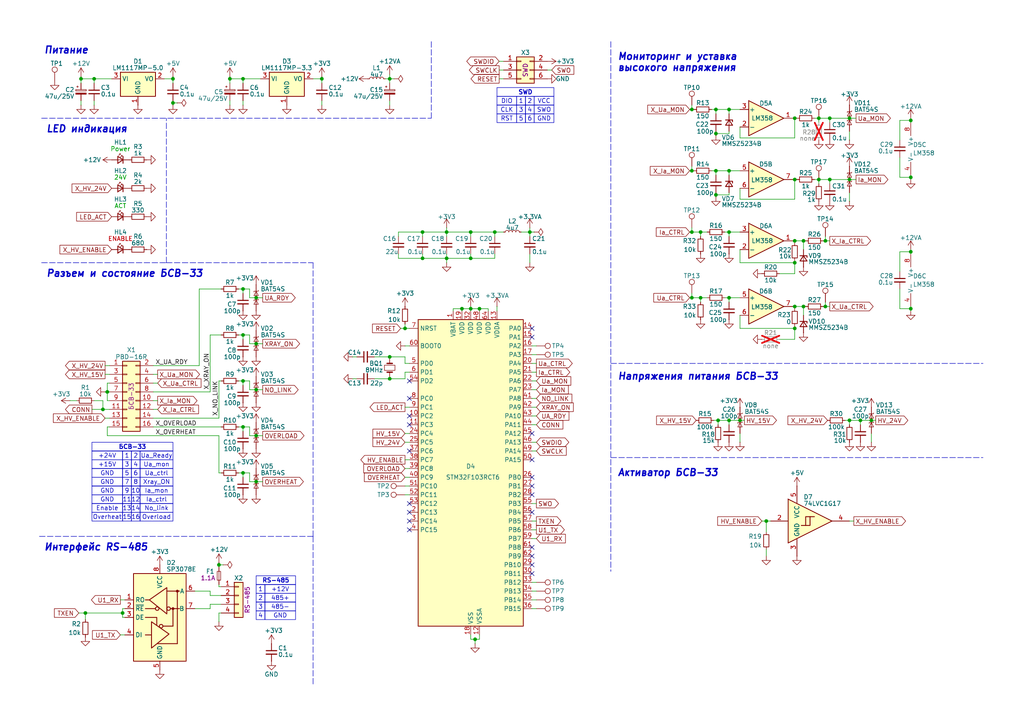
<source format=kicad_sch>
(kicad_sch
	(version 20231120)
	(generator "eeschema")
	(generator_version "8.0")
	(uuid "6c65de10-338a-453a-825b-2efbb4a3a4c6")
	(paper "A4")
	(title_block
		(title "RS485_BSV")
		(rev "2")
		(company "ООО \"Экросхим\"")
		(comment 1 "Антон Мухин")
	)
	
	(junction
		(at 137.795 185.42)
		(diameter 0)
		(color 0 0 0 0)
		(uuid "028f75c9-d258-4904-87ba-7069c7214d14")
	)
	(junction
		(at 233.045 88.9)
		(diameter 0)
		(color 0 0 0 0)
		(uuid "03b4c123-4b85-480d-b7af-984e3d281b4a")
	)
	(junction
		(at 113.03 103.505)
		(diameter 0)
		(color 0 0 0 0)
		(uuid "07d2f221-592d-4fa5-bc0a-5be6a9d64076")
	)
	(junction
		(at 211.455 49.53)
		(diameter 0)
		(color 0 0 0 0)
		(uuid "142f5400-f47f-47e0-95ff-840207fdaa9a")
	)
	(junction
		(at 153.67 67.31)
		(diameter 0)
		(color 0 0 0 0)
		(uuid "1567a187-8bba-4052-b369-9b3cccca3c0c")
	)
	(junction
		(at 113.03 22.86)
		(diameter 0)
		(color 0 0 0 0)
		(uuid "18465d2c-b2f3-4653-8b81-1db6a6c44b37")
	)
	(junction
		(at 230.505 52.07)
		(diameter 0)
		(color 0 0 0 0)
		(uuid "18a7e549-e86e-4e76-846d-76da442098b5")
	)
	(junction
		(at 200.66 86.36)
		(diameter 0)
		(color 0 0 0 0)
		(uuid "1924b925-4fc2-4c56-94b1-d6bd4f288edc")
	)
	(junction
		(at 211.455 86.36)
		(diameter 0)
		(color 0 0 0 0)
		(uuid "1a3a0cbe-399a-4b04-a6c1-2301a8819294")
	)
	(junction
		(at 70.485 22.86)
		(diameter 0)
		(color 0 0 0 0)
		(uuid "1fda85d9-9523-4a24-84ad-7129a5d4dab0")
	)
	(junction
		(at 211.455 121.92)
		(diameter 0)
		(color 0 0 0 0)
		(uuid "201cb554-f15c-4ed6-8800-f665e2a45886")
	)
	(junction
		(at 240.665 52.07)
		(diameter 0)
		(color 0 0 0 0)
		(uuid "201e47f4-24f3-4f85-90b2-057eb6e0c4ae")
	)
	(junction
		(at 74.295 126.365)
		(diameter 0)
		(color 0 0 0 0)
		(uuid "2a17aedd-31ad-4930-be04-0e5dd93fdc58")
	)
	(junction
		(at 214.63 121.92)
		(diameter 0)
		(color 0 0 0 0)
		(uuid "2b650fe2-2fcf-4af2-8833-7461857a13eb")
	)
	(junction
		(at 239.395 88.9)
		(diameter 0)
		(color 0 0 0 0)
		(uuid "31d521ae-c6d6-478c-a3fc-a44d3c21bc23")
	)
	(junction
		(at 117.475 95.25)
		(diameter 0)
		(color 0 0 0 0)
		(uuid "32c8fb3e-6757-4004-88a6-eab9fc4c266b")
	)
	(junction
		(at 246.38 121.92)
		(diameter 0)
		(color 0 0 0 0)
		(uuid "387a3d09-4a2d-482d-8fed-8b0509d74470")
	)
	(junction
		(at 27.305 22.86)
		(diameter 0)
		(color 0 0 0 0)
		(uuid "3963be55-fe21-4423-971b-cfd39aaf920f")
	)
	(junction
		(at 74.295 99.695)
		(diameter 0)
		(color 0 0 0 0)
		(uuid "39ad3b18-dabd-4482-8625-2e1970e1c579")
	)
	(junction
		(at 136.525 74.93)
		(diameter 0)
		(color 0 0 0 0)
		(uuid "3a9cc08f-ae2d-48fc-b254-d2db11ef9972")
	)
	(junction
		(at 207.645 38.735)
		(diameter 0)
		(color 0 0 0 0)
		(uuid "41f7dcc6-c779-4f7b-91b5-f127b0734a1d")
	)
	(junction
		(at 207.645 49.53)
		(diameter 0)
		(color 0 0 0 0)
		(uuid "51369cf9-eaff-4b19-8628-56fd7e25c67d")
	)
	(junction
		(at 240.665 34.29)
		(diameter 0)
		(color 0 0 0 0)
		(uuid "51a49602-d382-4a8b-a234-1e7f5e37c165")
	)
	(junction
		(at 50.165 29.845)
		(diameter 0)
		(color 0 0 0 0)
		(uuid "525ebe3d-f493-4a52-9ca1-9943a9e6f157")
	)
	(junction
		(at 129.54 67.31)
		(diameter 0)
		(color 0 0 0 0)
		(uuid "5342a01d-1005-4fb1-a972-4610f611c9b7")
	)
	(junction
		(at 70.485 137.16)
		(diameter 0)
		(color 0 0 0 0)
		(uuid "535ad066-6b0e-46e2-8801-214176aa0a5f")
	)
	(junction
		(at 237.49 52.07)
		(diameter 0)
		(color 0 0 0 0)
		(uuid "5373bb7e-624d-4834-961e-74a70b38dd82")
	)
	(junction
		(at 74.295 86.36)
		(diameter 0)
		(color 0 0 0 0)
		(uuid "5a29dc6e-11ad-4d6b-84c0-3c3d383c1aa8")
	)
	(junction
		(at 200.66 31.75)
		(diameter 0)
		(color 0 0 0 0)
		(uuid "63f2b922-6000-41af-9a2f-a6f469b164ae")
	)
	(junction
		(at 230.505 76.2)
		(diameter 0)
		(color 0 0 0 0)
		(uuid "650b11d4-4a51-4648-9063-2f51e5d35028")
	)
	(junction
		(at 70.485 110.49)
		(diameter 0)
		(color 0 0 0 0)
		(uuid "67f54780-34b0-4707-b6d2-06679fa8529f")
	)
	(junction
		(at 207.645 56.515)
		(diameter 0)
		(color 0 0 0 0)
		(uuid "6b43de8d-ca16-47e3-bf60-30d1bb7f10b5")
	)
	(junction
		(at 246.38 34.29)
		(diameter 0)
		(color 0 0 0 0)
		(uuid "6f526f89-ebdb-4216-a7a5-1a654398d3ab")
	)
	(junction
		(at 239.395 69.85)
		(diameter 0)
		(color 0 0 0 0)
		(uuid "786cf15d-4df3-420a-9655-0c7bcbc0748b")
	)
	(junction
		(at 70.485 97.155)
		(diameter 0)
		(color 0 0 0 0)
		(uuid "7d53c3ef-ba5f-43fc-b2f7-56efdf61d9f5")
	)
	(junction
		(at 23.495 22.86)
		(diameter 0)
		(color 0 0 0 0)
		(uuid "832a5b57-9a12-42fb-ab0f-df4a71c69ea8")
	)
	(junction
		(at 211.455 31.75)
		(diameter 0)
		(color 0 0 0 0)
		(uuid "88503189-f7fd-4f4d-9c2e-735031abe3fd")
	)
	(junction
		(at 264.16 51.435)
		(diameter 0)
		(color 0 0 0 0)
		(uuid "8c2a2a56-5003-4ced-aec4-4fecbc8a3beb")
	)
	(junction
		(at 136.525 89.535)
		(diameter 0)
		(color 0 0 0 0)
		(uuid "8f86a596-ff74-4806-93b1-b29436112164")
	)
	(junction
		(at 74.295 139.7)
		(diameter 0)
		(color 0 0 0 0)
		(uuid "9022db8d-4b75-4522-9472-750c0ec0164e")
	)
	(junction
		(at 29.845 118.745)
		(diameter 0)
		(color 0 0 0 0)
		(uuid "93d25117-3ffd-4009-93db-427d97203cc7")
	)
	(junction
		(at 208.28 121.92)
		(diameter 0)
		(color 0 0 0 0)
		(uuid "96bdb90e-0ae5-4b55-bbd7-b4b0f5cb1954")
	)
	(junction
		(at 66.675 22.86)
		(diameter 0)
		(color 0 0 0 0)
		(uuid "98a80fd5-ad61-477b-a0b1-ba8de1e33e9a")
	)
	(junction
		(at 139.065 89.535)
		(diameter 0)
		(color 0 0 0 0)
		(uuid "98c818b3-c907-492f-bf54-a5f90559103f")
	)
	(junction
		(at 74.295 113.03)
		(diameter 0)
		(color 0 0 0 0)
		(uuid "9d203400-e902-4760-bb7a-ada64c19b417")
	)
	(junction
		(at 129.54 74.93)
		(diameter 0)
		(color 0 0 0 0)
		(uuid "9d6e2cec-0cc1-4115-9da8-33730489b371")
	)
	(junction
		(at 264.16 89.535)
		(diameter 0)
		(color 0 0 0 0)
		(uuid "9e77e15f-1f60-45f5-9cc0-a733427a6b1c")
	)
	(junction
		(at 264.16 34.925)
		(diameter 0)
		(color 0 0 0 0)
		(uuid "9fc79d65-ce08-4a3b-ad09-4b202bf8ef39")
	)
	(junction
		(at 211.455 67.31)
		(diameter 0)
		(color 0 0 0 0)
		(uuid "a38f550d-8f14-468f-845d-b87b15186dd4")
	)
	(junction
		(at 222.25 151.13)
		(diameter 0)
		(color 0 0 0 0)
		(uuid "a8526302-b825-4b7a-a5fb-4f5e9948dfff")
	)
	(junction
		(at 70.485 123.825)
		(diameter 0)
		(color 0 0 0 0)
		(uuid "a9e8073f-31a6-45fa-b1c5-2d6686822aa2")
	)
	(junction
		(at 230.505 88.9)
		(diameter 0)
		(color 0 0 0 0)
		(uuid "ad1c0991-15b1-471f-8c72-32ea60383613")
	)
	(junction
		(at 122.555 74.93)
		(diameter 0)
		(color 0 0 0 0)
		(uuid "aed9a682-19c4-4da4-8319-d7e2b1c5341d")
	)
	(junction
		(at 70.485 83.82)
		(diameter 0)
		(color 0 0 0 0)
		(uuid "b07be636-9cd6-4689-8a5f-8bee901a1dda")
	)
	(junction
		(at 133.985 89.535)
		(diameter 0)
		(color 0 0 0 0)
		(uuid "b1935ccc-60df-4dc2-bff0-9e97b19f7588")
	)
	(junction
		(at 252.73 121.92)
		(diameter 0)
		(color 0 0 0 0)
		(uuid "b4e62bf5-f9fd-4995-bd1e-13a9dcaa276f")
	)
	(junction
		(at 35.56 177.8)
		(diameter 0)
		(color 0 0 0 0)
		(uuid "b7de33cc-5682-4dfe-a67d-ab598523ae35")
	)
	(junction
		(at 203.2 86.36)
		(diameter 0)
		(color 0 0 0 0)
		(uuid "b83da22c-5ecf-4067-bf7f-46c3cac49b5e")
	)
	(junction
		(at 200.66 49.53)
		(diameter 0)
		(color 0 0 0 0)
		(uuid "c001de54-f963-4bbe-a143-8cbf7fb9b02f")
	)
	(junction
		(at 50.165 22.86)
		(diameter 0)
		(color 0 0 0 0)
		(uuid "c4156526-00b3-4594-83fb-a9a66578b3b5")
	)
	(junction
		(at 200.66 67.31)
		(diameter 0)
		(color 0 0 0 0)
		(uuid "c50f2e61-5316-4300-9023-051cd1c70187")
	)
	(junction
		(at 113.03 109.855)
		(diameter 0)
		(color 0 0 0 0)
		(uuid "c80d926e-8b6c-4f76-9994-ddb05aa7c72a")
	)
	(junction
		(at 136.525 67.31)
		(diameter 0)
		(color 0 0 0 0)
		(uuid "c9ea5cbe-0d13-4af9-95ab-000eaf1c7952")
	)
	(junction
		(at 233.045 69.85)
		(diameter 0)
		(color 0 0 0 0)
		(uuid "cb15b7ff-22fe-4181-bbac-9bb9807dab9e")
	)
	(junction
		(at 230.505 34.29)
		(diameter 0)
		(color 0 0 0 0)
		(uuid "cce94616-07be-4230-b67f-01b7b9f2fb38")
	)
	(junction
		(at 230.505 69.85)
		(diameter 0)
		(color 0 0 0 0)
		(uuid "cdce00ae-dbdd-44ad-a5e2-6bb57bcc3eaf")
	)
	(junction
		(at 31.115 113.665)
		(diameter 0)
		(color 0 0 0 0)
		(uuid "cf2bf728-da23-4677-8ce6-6d4845f2a843")
	)
	(junction
		(at 246.38 52.07)
		(diameter 0)
		(color 0 0 0 0)
		(uuid "d1aab4dc-45dd-4caa-8611-30856a0e58c8")
	)
	(junction
		(at 207.645 31.75)
		(diameter 0)
		(color 0 0 0 0)
		(uuid "d535521d-214f-4c03-ac8f-153454fd1ebe")
	)
	(junction
		(at 24.765 177.8)
		(diameter 0)
		(color 0 0 0 0)
		(uuid "d7a8f334-bd8b-4096-b721-5bc833248303")
	)
	(junction
		(at 230.505 95.25)
		(diameter 0)
		(color 0 0 0 0)
		(uuid "dd7016ba-6cb9-44c4-aa5c-98f02041eb6f")
	)
	(junction
		(at 249.555 121.92)
		(diameter 0)
		(color 0 0 0 0)
		(uuid "dded562e-6bd6-4a8f-a0c8-51b88b4f413b")
	)
	(junction
		(at 93.345 22.86)
		(diameter 0)
		(color 0 0 0 0)
		(uuid "e06691ed-a425-4955-8b27-5e0d25eca17f")
	)
	(junction
		(at 143.51 67.31)
		(diameter 0)
		(color 0 0 0 0)
		(uuid "e43ab1a2-4521-41b1-be9a-3c4c2df6ac5d")
	)
	(junction
		(at 63.5 163.83)
		(diameter 0)
		(color 0 0 0 0)
		(uuid "e65fac82-1b6c-47c3-aba0-a897edb9d695")
	)
	(junction
		(at 264.16 73.025)
		(diameter 0)
		(color 0 0 0 0)
		(uuid "f0439937-81fa-4d7e-9f4f-b43961265c2e")
	)
	(junction
		(at 122.555 67.31)
		(diameter 0)
		(color 0 0 0 0)
		(uuid "f5c0138d-f900-4f37-9ef6-cf6157ebb2db")
	)
	(junction
		(at 237.49 34.29)
		(diameter 0)
		(color 0 0 0 0)
		(uuid "fb9d993b-685f-4bca-a7c0-794e76bbe83a")
	)
	(junction
		(at 203.2 67.31)
		(diameter 0)
		(color 0 0 0 0)
		(uuid "ffd3bad9-484d-436c-8f31-4fdf8f4f4e26")
	)
	(no_connect
		(at 118.745 153.67)
		(uuid "0834aeb8-08ea-4bb3-84ac-18cfcb52ef26")
	)
	(no_connect
		(at 118.745 115.57)
		(uuid "0ad6f0e4-1fa6-48b0-b101-61a95672f9a0")
	)
	(no_connect
		(at 118.745 151.13)
		(uuid "0e7ff874-4a3c-4f53-9566-caec51cc5c73")
	)
	(no_connect
		(at 154.305 143.51)
		(uuid "1168b790-c158-4bc5-b993-0509710be6ae")
	)
	(no_connect
		(at 118.745 148.59)
		(uuid "197854e8-6ac9-4314-b11e-85ce7c1bc8ca")
	)
	(no_connect
		(at 154.305 166.37)
		(uuid "1d029e18-04e6-4b8a-9bbe-04176ae73e7e")
	)
	(no_connect
		(at 154.305 148.59)
		(uuid "27645f68-7a86-4afc-b2ff-5128f78c8db8")
	)
	(no_connect
		(at 118.745 110.49)
		(uuid "2fa91cad-ffd7-475e-aa67-1624066e681f")
	)
	(no_connect
		(at 154.305 125.73)
		(uuid "3b463ab6-f5f9-44b3-a4be-1203881addca")
	)
	(no_connect
		(at 118.745 120.65)
		(uuid "4c434255-1bfc-4a5f-855b-cb23e74a2713")
	)
	(no_connect
		(at 154.305 140.97)
		(uuid "537669dc-1627-4a4f-a7d9-8d0b2c1e5a4a")
	)
	(no_connect
		(at 154.305 97.79)
		(uuid "551972c5-f945-4957-a485-2092100fb9bd")
	)
	(no_connect
		(at 154.305 95.25)
		(uuid "59e286dd-76fb-4f27-adef-7106d187d064")
	)
	(no_connect
		(at 154.305 138.43)
		(uuid "5c7b122d-d5d0-4972-b431-a6cd4a7e25e7")
	)
	(no_connect
		(at 154.305 161.29)
		(uuid "66e0c3fa-4be9-4ccd-b614-d91cb3c22c98")
	)
	(no_connect
		(at 154.305 163.83)
		(uuid "6b369e54-ed59-4e00-9d8e-029d5f39b60e")
	)
	(no_connect
		(at 154.305 133.35)
		(uuid "a805e864-6f13-4e7d-91e3-20fcd73eb516")
	)
	(no_connect
		(at 118.745 146.05)
		(uuid "af9622c2-776d-4a10-aed3-3bb05ae9721e")
	)
	(no_connect
		(at 154.305 158.75)
		(uuid "b693ae24-c993-4031-be2e-e42ffd9571b5")
	)
	(no_connect
		(at 118.745 123.19)
		(uuid "b778fa1e-75ca-480e-954b-7b31b8a6a4d4")
	)
	(no_connect
		(at 118.745 130.81)
		(uuid "e7c56ad5-54fe-4a2e-9d7a-421dfcf281de")
	)
	(wire
		(pts
			(xy 203.2 86.36) (xy 205.105 86.36)
		)
		(stroke
			(width 0)
			(type default)
		)
		(uuid "00184aa8-a097-46d9-92a7-d5ac068f8aa3")
	)
	(wire
		(pts
			(xy 151.13 67.31) (xy 153.67 67.31)
		)
		(stroke
			(width 0)
			(type default)
		)
		(uuid "00ab969e-01c4-4f55-87f9-63185d980561")
	)
	(wire
		(pts
			(xy 122.555 73.66) (xy 122.555 74.93)
		)
		(stroke
			(width 0)
			(type default)
		)
		(uuid "0120f516-63ba-4324-b199-b5702a054add")
	)
	(wire
		(pts
			(xy 230.505 95.25) (xy 230.505 94.615)
		)
		(stroke
			(width 0)
			(type default)
		)
		(uuid "01f14fad-704c-4733-aa2d-7a4a30d7e211")
	)
	(wire
		(pts
			(xy 44.45 113.665) (xy 60.96 113.665)
		)
		(stroke
			(width 0)
			(type default)
		)
		(uuid "02ff17cc-cabb-4a80-a9eb-cc5427d3b016")
	)
	(wire
		(pts
			(xy 207.645 31.75) (xy 211.455 31.75)
		)
		(stroke
			(width 0)
			(type default)
		)
		(uuid "0370a8c5-8b22-42b9-9ebc-c18ba14bd879")
	)
	(wire
		(pts
			(xy 63.5 163.195) (xy 63.5 163.83)
		)
		(stroke
			(width 0)
			(type default)
		)
		(uuid "0397a6ae-d068-4399-985b-046bad321fc9")
	)
	(wire
		(pts
			(xy 214.63 36.83) (xy 214.63 40.005)
		)
		(stroke
			(width 0)
			(type default)
		)
		(uuid "05292d8b-5ead-4a23-bb96-86f795bb9e22")
	)
	(wire
		(pts
			(xy 214.63 91.44) (xy 214.63 95.25)
		)
		(stroke
			(width 0)
			(type default)
		)
		(uuid "062b6249-e3d8-4186-9aaf-4d6f33bb8a15")
	)
	(wire
		(pts
			(xy 24.765 177.8) (xy 35.56 177.8)
		)
		(stroke
			(width 0)
			(type default)
		)
		(uuid "07ca210d-0b0e-4478-85a6-e45d31b2d61e")
	)
	(wire
		(pts
			(xy 206.375 31.75) (xy 207.645 31.75)
		)
		(stroke
			(width 0)
			(type default)
		)
		(uuid "08287f04-c631-4d8b-913f-4538d188032e")
	)
	(wire
		(pts
			(xy 27.305 116.205) (xy 29.845 116.205)
		)
		(stroke
			(width 0)
			(type default)
		)
		(uuid "08b687f4-e738-4a26-8133-719e69c9e5e0")
	)
	(wire
		(pts
			(xy 211.455 31.75) (xy 214.63 31.75)
		)
		(stroke
			(width 0)
			(type default)
		)
		(uuid "09589fb2-fc95-4a9b-b278-e3eca372a352")
	)
	(polyline
		(pts
			(xy 48.26 76.2) (xy 48.26 34.29)
		)
		(stroke
			(width 0)
			(type dash)
		)
		(uuid "098b4abe-6028-4385-93fd-1a4c60fb5f41")
	)
	(wire
		(pts
			(xy 50.165 29.845) (xy 50.165 30.48)
		)
		(stroke
			(width 0)
			(type default)
		)
		(uuid "0c4db5b8-d8e9-4142-b35d-14086770ad0a")
	)
	(wire
		(pts
			(xy 115.57 74.93) (xy 122.555 74.93)
		)
		(stroke
			(width 0)
			(type default)
		)
		(uuid "0d2ff679-8ae8-4bdd-9f5e-ca0628151861")
	)
	(wire
		(pts
			(xy 45.72 108.585) (xy 44.45 108.585)
		)
		(stroke
			(width 0)
			(type default)
		)
		(uuid "0d47c742-759a-4138-a4b7-e3e2dfa17b61")
	)
	(wire
		(pts
			(xy 222.25 161.29) (xy 222.25 159.385)
		)
		(stroke
			(width 0)
			(type default)
		)
		(uuid "0dae94c4-3463-442c-81ed-541dd491eda4")
	)
	(wire
		(pts
			(xy 211.455 121.92) (xy 214.63 121.92)
		)
		(stroke
			(width 0)
			(type default)
		)
		(uuid "0eb65e20-3408-4921-adc2-ca63320d75ac")
	)
	(wire
		(pts
			(xy 214.63 95.25) (xy 230.505 95.25)
		)
		(stroke
			(width 0)
			(type default)
		)
		(uuid "10878638-b768-4f49-b90a-86562b304785")
	)
	(wire
		(pts
			(xy 70.485 83.82) (xy 70.485 85.09)
		)
		(stroke
			(width 0)
			(type default)
		)
		(uuid "109ebf84-39af-40d8-b2b8-902b4510475c")
	)
	(wire
		(pts
			(xy 29.845 116.205) (xy 29.845 118.745)
		)
		(stroke
			(width 0)
			(type default)
		)
		(uuid "116ffab9-c76e-4c64-84a6-f00597755a63")
	)
	(wire
		(pts
			(xy 63.5 137.16) (xy 64.135 137.16)
		)
		(stroke
			(width 0)
			(type default)
		)
		(uuid "123ceee3-aa74-4d8c-a260-a89c875d2d3c")
	)
	(wire
		(pts
			(xy 72.39 137.16) (xy 72.39 139.7)
		)
		(stroke
			(width 0)
			(type default)
		)
		(uuid "126e0a17-6b55-44b1-81cf-06ce515e6879")
	)
	(wire
		(pts
			(xy 129.54 74.93) (xy 136.525 74.93)
		)
		(stroke
			(width 0)
			(type default)
		)
		(uuid "12aa7981-3085-4e9b-86f6-77324a7d76d4")
	)
	(wire
		(pts
			(xy 63.5 126.365) (xy 63.5 137.16)
		)
		(stroke
			(width 0)
			(type default)
		)
		(uuid "15292b7c-784c-472e-8726-336a2f3535eb")
	)
	(wire
		(pts
			(xy 155.575 176.53) (xy 154.305 176.53)
		)
		(stroke
			(width 0)
			(type default)
		)
		(uuid "1542906d-f1fc-4260-97c6-655aa3b982fc")
	)
	(wire
		(pts
			(xy 260.985 89.535) (xy 264.16 89.535)
		)
		(stroke
			(width 0)
			(type default)
		)
		(uuid "15890e58-afed-4e0e-8764-ea9b0c4353be")
	)
	(wire
		(pts
			(xy 264.16 72.39) (xy 264.16 73.025)
		)
		(stroke
			(width 0)
			(type default)
		)
		(uuid "15f3fa0b-7af9-4fa2-a448-18f16d492f05")
	)
	(wire
		(pts
			(xy 136.525 89.535) (xy 136.525 90.17)
		)
		(stroke
			(width 0)
			(type default)
		)
		(uuid "169de1a7-00ef-406a-b7fa-32c8b46ed547")
	)
	(wire
		(pts
			(xy 70.485 83.82) (xy 72.39 83.82)
		)
		(stroke
			(width 0)
			(type default)
		)
		(uuid "16f9da02-648f-41fb-9b93-897054cef84a")
	)
	(wire
		(pts
			(xy 122.555 68.58) (xy 122.555 67.31)
		)
		(stroke
			(width 0)
			(type default)
		)
		(uuid "18f521a5-89f2-48db-a66c-f4e985c507c8")
	)
	(wire
		(pts
			(xy 203.2 67.31) (xy 205.105 67.31)
		)
		(stroke
			(width 0)
			(type default)
		)
		(uuid "1ab415f3-3084-4ac9-b28e-8171a3a6cce4")
	)
	(wire
		(pts
			(xy 155.575 130.81) (xy 154.305 130.81)
		)
		(stroke
			(width 0)
			(type default)
		)
		(uuid "1c19cca2-fa12-423a-9bff-ed125c1b5f2d")
	)
	(wire
		(pts
			(xy 117.475 93.98) (xy 117.475 95.25)
		)
		(stroke
			(width 0)
			(type default)
		)
		(uuid "1cdcd346-4185-4320-9335-911a61e0d060")
	)
	(wire
		(pts
			(xy 108.585 109.855) (xy 113.03 109.855)
		)
		(stroke
			(width 0)
			(type default)
		)
		(uuid "1dbb3eee-cb26-4f9c-8410-fff9a1ab7640")
	)
	(wire
		(pts
			(xy 246.38 58.42) (xy 246.38 55.88)
		)
		(stroke
			(width 0)
			(type default)
		)
		(uuid "1e249161-a780-4699-bcf0-9f3b051d5da1")
	)
	(wire
		(pts
			(xy 230.505 52.07) (xy 231.14 52.07)
		)
		(stroke
			(width 0)
			(type default)
		)
		(uuid "1ee53d9e-fb16-4cb0-91a8-ad25e1ec525c")
	)
	(wire
		(pts
			(xy 117.475 140.97) (xy 118.745 140.97)
		)
		(stroke
			(width 0)
			(type default)
		)
		(uuid "20b51dc5-356c-4ec8-b96b-935a6e2a29ef")
	)
	(wire
		(pts
			(xy 44.45 106.045) (xy 57.785 106.045)
		)
		(stroke
			(width 0)
			(type default)
		)
		(uuid "20f2311b-0ea2-448f-91b5-de31e2be8193")
	)
	(wire
		(pts
			(xy 35.56 179.07) (xy 35.56 177.8)
		)
		(stroke
			(width 0)
			(type default)
		)
		(uuid "22d48507-04b2-4c8c-b466-9bf5686dfde7")
	)
	(wire
		(pts
			(xy 214.63 76.2) (xy 230.505 76.2)
		)
		(stroke
			(width 0)
			(type default)
		)
		(uuid "22f19cb0-add3-485a-8760-a6bc353ff6d3")
	)
	(wire
		(pts
			(xy 70.485 97.155) (xy 70.485 98.425)
		)
		(stroke
			(width 0)
			(type default)
		)
		(uuid "246ea579-7ec1-41df-8092-707961c507bc")
	)
	(wire
		(pts
			(xy 141.605 89.535) (xy 139.065 89.535)
		)
		(stroke
			(width 0)
			(type default)
		)
		(uuid "257fad00-78c6-43bf-a1fb-f2a05a440c5d")
	)
	(wire
		(pts
			(xy 35.56 177.8) (xy 35.56 176.53)
		)
		(stroke
			(width 0)
			(type default)
		)
		(uuid "26b3038a-025c-4bf4-935e-1a3ec7a94c9e")
	)
	(wire
		(pts
			(xy 57.785 106.045) (xy 57.785 83.82)
		)
		(stroke
			(width 0)
			(type default)
		)
		(uuid "2774e1f2-cd0a-4ff5-9c9d-c6c527cc4fdb")
	)
	(wire
		(pts
			(xy 229.87 34.29) (xy 230.505 34.29)
		)
		(stroke
			(width 0)
			(type default)
		)
		(uuid "28098d02-115d-44f1-a82d-ce1eb29d50b6")
	)
	(wire
		(pts
			(xy 74.295 139.7) (xy 76.2 139.7)
		)
		(stroke
			(width 0)
			(type default)
		)
		(uuid "282e39d4-1419-4d67-804c-3d536eea48e6")
	)
	(wire
		(pts
			(xy 211.455 49.53) (xy 214.63 49.53)
		)
		(stroke
			(width 0)
			(type default)
		)
		(uuid "283be788-0298-458c-9c22-e88eafbbf37c")
	)
	(wire
		(pts
			(xy 155.575 105.41) (xy 154.305 105.41)
		)
		(stroke
			(width 0)
			(type default)
		)
		(uuid "288c4b13-3e6d-4992-ac08-86d052fbeecc")
	)
	(wire
		(pts
			(xy 117.475 138.43) (xy 118.745 138.43)
		)
		(stroke
			(width 0)
			(type default)
		)
		(uuid "28a8c4f7-7fd3-4bdd-b72d-2e8ead6a510b")
	)
	(wire
		(pts
			(xy 23.495 22.86) (xy 23.495 24.13)
		)
		(stroke
			(width 0)
			(type default)
		)
		(uuid "29477350-ba2d-4101-9b98-0886c6972ee3")
	)
	(wire
		(pts
			(xy 137.795 185.42) (xy 139.065 185.42)
		)
		(stroke
			(width 0)
			(type default)
		)
		(uuid "294c1c53-d512-4124-9a28-dca73b847fed")
	)
	(wire
		(pts
			(xy 63.5 177.8) (xy 63.5 180.34)
		)
		(stroke
			(width 0)
			(type default)
		)
		(uuid "29ab4b1d-41d8-4ed9-ae4f-f8172922f126")
	)
	(wire
		(pts
			(xy 70.485 137.16) (xy 72.39 137.16)
		)
		(stroke
			(width 0)
			(type default)
		)
		(uuid "29ed41a2-2149-423b-af84-ae9bef1b73f3")
	)
	(wire
		(pts
			(xy 252.73 125.73) (xy 252.73 128.27)
		)
		(stroke
			(width 0)
			(type default)
		)
		(uuid "2bbae60c-409f-47e6-b426-68c8cf18393f")
	)
	(polyline
		(pts
			(xy 177.165 105.41) (xy 285.115 105.41)
		)
		(stroke
			(width 0)
			(type dash)
		)
		(uuid "2c572868-fb26-448c-bf29-99582634bd4d")
	)
	(wire
		(pts
			(xy 141.605 90.17) (xy 141.605 89.535)
		)
		(stroke
			(width 0)
			(type default)
		)
		(uuid "2e26ea72-adb4-4c73-a9c4-72efb21129f2")
	)
	(wire
		(pts
			(xy 230.505 79.375) (xy 230.505 76.2)
		)
		(stroke
			(width 0)
			(type default)
		)
		(uuid "2e597503-ffec-4c71-a11b-dc9f874c871d")
	)
	(wire
		(pts
			(xy 207.01 121.92) (xy 208.28 121.92)
		)
		(stroke
			(width 0)
			(type default)
		)
		(uuid "2edde12c-d59f-4b87-b6e7-1d7ef82b75e3")
	)
	(wire
		(pts
			(xy 214.63 72.39) (xy 214.63 76.2)
		)
		(stroke
			(width 0)
			(type default)
		)
		(uuid "2fb6ce58-8e7d-427d-94cb-0de3e3afca39")
	)
	(wire
		(pts
			(xy 233.045 88.9) (xy 233.68 88.9)
		)
		(stroke
			(width 0)
			(type default)
		)
		(uuid "3089fdfa-8c62-4f87-8d81-4159222c66ce")
	)
	(wire
		(pts
			(xy 239.395 69.85) (xy 240.665 69.85)
		)
		(stroke
			(width 0)
			(type default)
		)
		(uuid "30999ea2-48a3-4a65-850f-1862e2cf1fde")
	)
	(wire
		(pts
			(xy 117.475 103.505) (xy 113.03 103.505)
		)
		(stroke
			(width 0)
			(type default)
		)
		(uuid "30e6e9d1-f6c4-4fe3-954d-930123a182de")
	)
	(wire
		(pts
			(xy 31.115 113.665) (xy 31.75 113.665)
		)
		(stroke
			(width 0)
			(type default)
		)
		(uuid "3134252f-22ab-4706-ad27-e337aeb4e0b8")
	)
	(wire
		(pts
			(xy 207.645 57.15) (xy 207.645 56.515)
		)
		(stroke
			(width 0)
			(type default)
		)
		(uuid "31878509-7cf8-4b47-a6d3-ee7cb3051110")
	)
	(wire
		(pts
			(xy 230.505 69.85) (xy 233.045 69.85)
		)
		(stroke
			(width 0)
			(type default)
		)
		(uuid "320aef2b-8115-4e29-b370-4888f669e126")
	)
	(wire
		(pts
			(xy 45.72 111.125) (xy 44.45 111.125)
		)
		(stroke
			(width 0)
			(type default)
		)
		(uuid "3245758f-651b-444d-b45e-90bf24f3ce83")
	)
	(wire
		(pts
			(xy 200.025 67.31) (xy 200.66 67.31)
		)
		(stroke
			(width 0)
			(type default)
		)
		(uuid "336c1a9c-ad86-4085-b979-fa8e7af73b12")
	)
	(wire
		(pts
			(xy 237.49 34.29) (xy 237.49 35.56)
		)
		(stroke
			(width 0)
			(type default)
		)
		(uuid "33ef101a-850a-41b2-a8ae-ee00b797dffd")
	)
	(wire
		(pts
			(xy 136.525 185.42) (xy 137.795 185.42)
		)
		(stroke
			(width 0)
			(type default)
		)
		(uuid "3431d044-4a42-4082-8ab6-ce4445dff65c")
	)
	(wire
		(pts
			(xy 230.505 88.9) (xy 233.045 88.9)
		)
		(stroke
			(width 0)
			(type default)
		)
		(uuid "357fa9c3-92bd-48a1-879f-694cc27637d5")
	)
	(wire
		(pts
			(xy 155.575 120.65) (xy 154.305 120.65)
		)
		(stroke
			(width 0)
			(type default)
		)
		(uuid "3626f021-d722-45fb-bb0d-585a27f61b87")
	)
	(wire
		(pts
			(xy 113.03 109.855) (xy 113.03 109.22)
		)
		(stroke
			(width 0)
			(type default)
		)
		(uuid "36afa65e-aaed-467f-8eb5-46078f9d8431")
	)
	(wire
		(pts
			(xy 144.145 88.9) (xy 144.145 90.17)
		)
		(stroke
			(width 0)
			(type default)
		)
		(uuid "36defc11-29f9-426e-b687-fcb4f5dcaebd")
	)
	(wire
		(pts
			(xy 207.645 49.53) (xy 211.455 49.53)
		)
		(stroke
			(width 0)
			(type default)
		)
		(uuid "37b2fd00-08ed-417a-8a05-5c2dc578a2ad")
	)
	(wire
		(pts
			(xy 264.16 73.025) (xy 264.16 73.66)
		)
		(stroke
			(width 0)
			(type default)
		)
		(uuid "3845c0e2-4b1c-49dd-921f-23f8fea021ad")
	)
	(wire
		(pts
			(xy 117.475 105.41) (xy 117.475 103.505)
		)
		(stroke
			(width 0)
			(type default)
		)
		(uuid "389ee582-0b07-4a5a-a490-19e14ab1dd42")
	)
	(wire
		(pts
			(xy 222.25 151.13) (xy 223.52 151.13)
		)
		(stroke
			(width 0)
			(type default)
		)
		(uuid "38a3490e-6c79-4f3a-912c-174729d78567")
	)
	(wire
		(pts
			(xy 60.96 113.665) (xy 60.96 97.155)
		)
		(stroke
			(width 0)
			(type default)
		)
		(uuid "3a0700d5-75eb-45ba-9705-693a18f52b5f")
	)
	(wire
		(pts
			(xy 211.455 38.1) (xy 211.455 38.735)
		)
		(stroke
			(width 0)
			(type default)
		)
		(uuid "3a248325-2fb0-4975-a220-09b5117f3a2c")
	)
	(wire
		(pts
			(xy 237.49 52.07) (xy 237.49 53.34)
		)
		(stroke
			(width 0)
			(type default)
		)
		(uuid "3a83bf82-f5c6-457d-80a8-fe8bdfe4313c")
	)
	(wire
		(pts
			(xy 155.575 151.13) (xy 154.305 151.13)
		)
		(stroke
			(width 0)
			(type default)
		)
		(uuid "3af111f2-1320-4e8a-a2b9-fa77ff94adee")
	)
	(wire
		(pts
			(xy 211.455 49.53) (xy 211.455 50.8)
		)
		(stroke
			(width 0)
			(type default)
		)
		(uuid "3b7bd9d0-eb46-475d-92a2-d4b8668b5d84")
	)
	(wire
		(pts
			(xy 211.455 67.31) (xy 214.63 67.31)
		)
		(stroke
			(width 0)
			(type default)
		)
		(uuid "3c858e11-845a-432b-8504-14816f003830")
	)
	(wire
		(pts
			(xy 200.025 31.75) (xy 200.66 31.75)
		)
		(stroke
			(width 0)
			(type default)
		)
		(uuid "3d047e45-0762-4e0f-a655-022a349c3fe1")
	)
	(wire
		(pts
			(xy 260.985 83.82) (xy 260.985 89.535)
		)
		(stroke
			(width 0)
			(type default)
		)
		(uuid "3e7930f5-050c-4b97-9abd-f13e071135b4")
	)
	(wire
		(pts
			(xy 70.485 123.825) (xy 70.485 125.095)
		)
		(stroke
			(width 0)
			(type default)
		)
		(uuid "3f9707de-0277-44de-b34b-8ef5f5792c7b")
	)
	(wire
		(pts
			(xy 70.485 22.86) (xy 75.565 22.86)
		)
		(stroke
			(width 0)
			(type default)
		)
		(uuid "3f9cb76a-2267-44d6-9545-e1568dde90e4")
	)
	(wire
		(pts
			(xy 45.72 118.745) (xy 44.45 118.745)
		)
		(stroke
			(width 0)
			(type default)
		)
		(uuid "3fa7f5ab-7e68-4968-9ebf-2babd438aefe")
	)
	(wire
		(pts
			(xy 30.48 121.285) (xy 31.75 121.285)
		)
		(stroke
			(width 0)
			(type default)
		)
		(uuid "3fb8f159-7f0c-4c6a-a11f-b6a2fcaa96c3")
	)
	(wire
		(pts
			(xy 136.525 67.31) (xy 136.525 68.58)
		)
		(stroke
			(width 0)
			(type default)
		)
		(uuid "3ff66be5-24ea-4167-a6df-b4a2b886dd46")
	)
	(wire
		(pts
			(xy 50.165 22.225) (xy 50.165 22.86)
		)
		(stroke
			(width 0)
			(type default)
		)
		(uuid "405f1fc8-3803-41df-8be6-472c54d228d9")
	)
	(wire
		(pts
			(xy 66.675 29.21) (xy 66.675 30.48)
		)
		(stroke
			(width 0)
			(type default)
		)
		(uuid "4127633f-2b4e-48b4-888f-ec6eb116ffcb")
	)
	(wire
		(pts
			(xy 246.38 34.29) (xy 248.285 34.29)
		)
		(stroke
			(width 0)
			(type default)
		)
		(uuid "41d284a3-0b93-43c6-8715-5d050dffb08b")
	)
	(wire
		(pts
			(xy 129.54 67.31) (xy 136.525 67.31)
		)
		(stroke
			(width 0)
			(type default)
		)
		(uuid "434c2c7e-8ae7-422d-a3a2-a6529f214ef7")
	)
	(wire
		(pts
			(xy 115.57 73.66) (xy 115.57 74.93)
		)
		(stroke
			(width 0)
			(type default)
		)
		(uuid "436076e8-1a33-4455-9338-cdf13e2ee2a3")
	)
	(wire
		(pts
			(xy 155.575 146.05) (xy 154.305 146.05)
		)
		(stroke
			(width 0)
			(type default)
		)
		(uuid "43e98e1d-627b-4e12-a0cc-b2e6dbcfeec3")
	)
	(wire
		(pts
			(xy 116.205 95.25) (xy 117.475 95.25)
		)
		(stroke
			(width 0)
			(type default)
		)
		(uuid "44198ad6-4707-4e39-a1fa-3c4f509dd8e3")
	)
	(wire
		(pts
			(xy 57.785 83.82) (xy 64.135 83.82)
		)
		(stroke
			(width 0)
			(type default)
		)
		(uuid "44a9906e-0fa8-4a6b-a9f5-db31672d35a2")
	)
	(wire
		(pts
			(xy 264.16 89.535) (xy 264.16 88.9)
		)
		(stroke
			(width 0)
			(type default)
		)
		(uuid "45358f9e-466d-4968-ad42-ac36120054c9")
	)
	(wire
		(pts
			(xy 229.87 52.07) (xy 230.505 52.07)
		)
		(stroke
			(width 0)
			(type default)
		)
		(uuid "4579bc35-f63a-4d08-8a46-0fa55385c310")
	)
	(wire
		(pts
			(xy 60.96 171.45) (xy 56.515 171.45)
		)
		(stroke
			(width 0)
			(type default)
		)
		(uuid "45851636-3826-4b32-873d-f408b303e837")
	)
	(wire
		(pts
			(xy 211.455 121.92) (xy 211.455 123.19)
		)
		(stroke
			(width 0)
			(type default)
		)
		(uuid "4646e1e9-09ac-4094-8a0c-31d3f9d6c6ca")
	)
	(wire
		(pts
			(xy 211.455 67.31) (xy 211.455 68.58)
		)
		(stroke
			(width 0)
			(type default)
		)
		(uuid "467b3ba2-7ac6-4c38-8af8-12b99ec77965")
	)
	(wire
		(pts
			(xy 117.475 107.95) (xy 117.475 109.855)
		)
		(stroke
			(width 0)
			(type default)
		)
		(uuid "4763563c-c8b3-4e0c-8bf4-4d9a79674d13")
	)
	(wire
		(pts
			(xy 229.87 88.9) (xy 230.505 88.9)
		)
		(stroke
			(width 0)
			(type default)
		)
		(uuid "477261df-c6cb-4bbf-b35c-9a7ac4514e37")
	)
	(wire
		(pts
			(xy 27.305 29.21) (xy 27.305 30.48)
		)
		(stroke
			(width 0)
			(type default)
		)
		(uuid "47d76363-4b09-41f9-8462-c23d5e2ea01c")
	)
	(wire
		(pts
			(xy 230.505 69.85) (xy 230.505 70.485)
		)
		(stroke
			(width 0)
			(type default)
		)
		(uuid "47f47786-b94c-4c79-80e7-90b2785cd67a")
	)
	(wire
		(pts
			(xy 117.475 143.51) (xy 118.745 143.51)
		)
		(stroke
			(width 0)
			(type default)
		)
		(uuid "48458cf7-2f4b-4ea1-8f09-005728b07166")
	)
	(wire
		(pts
			(xy 31.115 126.365) (xy 63.5 126.365)
		)
		(stroke
			(width 0)
			(type default)
		)
		(uuid "49062658-0ece-440f-bd23-b6051fc4a04b")
	)
	(wire
		(pts
			(xy 139.065 89.535) (xy 139.065 90.17)
		)
		(stroke
			(width 0)
			(type default)
		)
		(uuid "4924dcca-4e49-4602-b164-890b5f1a8147")
	)
	(wire
		(pts
			(xy 143.51 67.31) (xy 146.05 67.31)
		)
		(stroke
			(width 0)
			(type default)
		)
		(uuid "4b1c8ad5-e9d6-49cf-ba0d-2cc27bfa567c")
	)
	(wire
		(pts
			(xy 24.765 177.8) (xy 24.765 179.705)
		)
		(stroke
			(width 0)
			(type default)
		)
		(uuid "4c8f2735-0a5d-4f74-8ab0-060ef8618276")
	)
	(wire
		(pts
			(xy 230.505 57.785) (xy 230.505 52.07)
		)
		(stroke
			(width 0)
			(type default)
		)
		(uuid "4cfd96c1-1232-4c47-8839-0db1f4f587da")
	)
	(wire
		(pts
			(xy 34.925 184.15) (xy 36.195 184.15)
		)
		(stroke
			(width 0)
			(type default)
		)
		(uuid "4d0e9eca-f909-4d51-ace3-2e44406d477e")
	)
	(wire
		(pts
			(xy 74.295 86.36) (xy 76.2 86.36)
		)
		(stroke
			(width 0)
			(type default)
		)
		(uuid "4f0ee174-0796-47f7-98d3-0cc809dff7d0")
	)
	(wire
		(pts
			(xy 31.115 111.125) (xy 31.115 113.665)
		)
		(stroke
			(width 0)
			(type default)
		)
		(uuid "4f3e722f-5229-434b-91ec-eb65cfaa254f")
	)
	(wire
		(pts
			(xy 117.475 135.89) (xy 118.745 135.89)
		)
		(stroke
			(width 0)
			(type default)
		)
		(uuid "4f42b17d-4e36-46df-be16-4a783e530eb4")
	)
	(polyline
		(pts
			(xy 12.065 76.2) (xy 48.26 76.2)
		)
		(stroke
			(width 0)
			(type dash)
		)
		(uuid "518df918-351f-43c1-8ba3-833e66e9fe41")
	)
	(wire
		(pts
			(xy 237.49 34.29) (xy 240.665 34.29)
		)
		(stroke
			(width 0)
			(type default)
		)
		(uuid "534ef484-e57f-4c41-834e-8c00803c9b8e")
	)
	(wire
		(pts
			(xy 117.475 133.35) (xy 118.745 133.35)
		)
		(stroke
			(width 0)
			(type default)
		)
		(uuid "543ed86d-1f2e-4065-943e-062d474e22e0")
	)
	(wire
		(pts
			(xy 155.575 107.95) (xy 154.305 107.95)
		)
		(stroke
			(width 0)
			(type default)
		)
		(uuid "545aed36-e080-4d67-8b9f-56b22e968de3")
	)
	(wire
		(pts
			(xy 23.495 29.21) (xy 23.495 30.48)
		)
		(stroke
			(width 0)
			(type default)
		)
		(uuid "54f48156-f5c5-462a-afce-837484d58336")
	)
	(polyline
		(pts
			(xy 177.165 12.065) (xy 177.165 165.735)
		)
		(stroke
			(width 0)
			(type dash)
		)
		(uuid "5777051b-eb00-4886-bad9-6bc98cac7c68")
	)
	(polyline
		(pts
			(xy 177.165 132.715) (xy 285.115 132.715)
		)
		(stroke
			(width 0)
			(type dash)
		)
		(uuid "584810c5-a0b5-42cc-91cb-e9bb1b8fe80d")
	)
	(wire
		(pts
			(xy 22.86 177.8) (xy 24.765 177.8)
		)
		(stroke
			(width 0)
			(type default)
		)
		(uuid "595b327d-f7eb-49d4-97f4-76660524596e")
	)
	(wire
		(pts
			(xy 214.63 40.005) (xy 230.505 40.005)
		)
		(stroke
			(width 0)
			(type default)
		)
		(uuid "599e5b63-3184-4ae0-988d-e63377af5521")
	)
	(wire
		(pts
			(xy 211.455 31.75) (xy 211.455 33.02)
		)
		(stroke
			(width 0)
			(type default)
		)
		(uuid "59d35ac0-18b0-4e28-972d-ec5f00b48b90")
	)
	(wire
		(pts
			(xy 66.675 22.86) (xy 70.485 22.86)
		)
		(stroke
			(width 0)
			(type default)
		)
		(uuid "5a6c482f-6dec-474e-b953-9e5ac277e666")
	)
	(wire
		(pts
			(xy 50.165 22.86) (xy 50.165 24.13)
		)
		(stroke
			(width 0)
			(type default)
		)
		(uuid "5a713af7-24ca-4e06-8559-aa7b62b20af2")
	)
	(wire
		(pts
			(xy 264.16 90.17) (xy 264.16 89.535)
		)
		(stroke
			(width 0)
			(type default)
		)
		(uuid "5aeed5ae-5d50-4b3d-85ba-83ea314d6315")
	)
	(wire
		(pts
			(xy 240.665 52.07) (xy 246.38 52.07)
		)
		(stroke
			(width 0)
			(type default)
		)
		(uuid "5c01f605-299c-4b1f-9ecd-290f8d81a399")
	)
	(wire
		(pts
			(xy 69.215 83.82) (xy 70.485 83.82)
		)
		(stroke
			(width 0)
			(type default)
		)
		(uuid "5c7b0d04-1f63-49ac-8d65-5a54acee3cae")
	)
	(wire
		(pts
			(xy 230.505 98.425) (xy 230.505 95.25)
		)
		(stroke
			(width 0)
			(type default)
		)
		(uuid "5ca6832a-16f0-4cf6-88d3-351330757881")
	)
	(wire
		(pts
			(xy 29.845 118.745) (xy 31.75 118.745)
		)
		(stroke
			(width 0)
			(type default)
		)
		(uuid "5cc5bbcc-2265-4080-a7a6-54778bec7afa")
	)
	(wire
		(pts
			(xy 210.185 67.31) (xy 211.455 67.31)
		)
		(stroke
			(width 0)
			(type default)
		)
		(uuid "5ce07929-2e62-4b7b-b301-0a5d5077dc60")
	)
	(wire
		(pts
			(xy 210.185 86.36) (xy 211.455 86.36)
		)
		(stroke
			(width 0)
			(type default)
		)
		(uuid "5d16ad16-7444-4b24-92a2-265411d67b3f")
	)
	(wire
		(pts
			(xy 35.56 176.53) (xy 36.195 176.53)
		)
		(stroke
			(width 0)
			(type default)
		)
		(uuid "5eaa968b-7fa3-4ccd-a07f-55d66a721ad7")
	)
	(wire
		(pts
			(xy 64.135 177.8) (xy 63.5 177.8)
		)
		(stroke
			(width 0)
			(type default)
		)
		(uuid "5eea3b24-38a7-40d0-8fe7-64899bc7bce6")
	)
	(wire
		(pts
			(xy 66.675 22.225) (xy 66.675 22.86)
		)
		(stroke
			(width 0)
			(type default)
		)
		(uuid "6168fb25-51c6-482b-a1af-7678e0299146")
	)
	(wire
		(pts
			(xy 233.045 69.85) (xy 233.045 72.39)
		)
		(stroke
			(width 0)
			(type default)
		)
		(uuid "61ce6067-f3a5-41b7-8201-f673fe97c63c")
	)
	(wire
		(pts
			(xy 208.28 121.92) (xy 211.455 121.92)
		)
		(stroke
			(width 0)
			(type default)
		)
		(uuid "61d19e82-ff29-4b4f-aeb7-9b241d5d5572")
	)
	(wire
		(pts
			(xy 26.67 118.745) (xy 29.845 118.745)
		)
		(stroke
			(width 0)
			(type default)
		)
		(uuid "61f2ceb5-0a1f-4a36-ad68-8b76ff5b12d6")
	)
	(wire
		(pts
			(xy 133.985 89.535) (xy 136.525 89.535)
		)
		(stroke
			(width 0)
			(type default)
		)
		(uuid "62dcb93a-9e5a-4711-9ca6-c6a6b7e02fa3")
	)
	(wire
		(pts
			(xy 230.505 40.005) (xy 230.505 34.29)
		)
		(stroke
			(width 0)
			(type default)
		)
		(uuid "62e90d70-7114-43a1-9849-c4aa114e743e")
	)
	(wire
		(pts
			(xy 154.305 123.19) (xy 155.575 123.19)
		)
		(stroke
			(width 0)
			(type default)
		)
		(uuid "63580d9b-1dc6-4536-8e32-68e93e9a3526")
	)
	(wire
		(pts
			(xy 66.675 22.86) (xy 66.675 24.13)
		)
		(stroke
			(width 0)
			(type default)
		)
		(uuid "63929f55-c5bc-43ee-b383-d5dd9b98ab47")
	)
	(polyline
		(pts
			(xy 48.26 76.2) (xy 90.805 76.2)
		)
		(stroke
			(width 0)
			(type dash)
		)
		(uuid "63a00287-40bb-4c13-a092-916f0e9ed320")
	)
	(wire
		(pts
			(xy 200.66 66.04) (xy 200.66 67.31)
		)
		(stroke
			(width 0)
			(type default)
		)
		(uuid "6552bdb6-ff1d-4434-ac12-596ab2c9d421")
	)
	(wire
		(pts
			(xy 129.54 74.93) (xy 129.54 76.2)
		)
		(stroke
			(width 0)
			(type default)
		)
		(uuid "65bd03f9-5879-4de9-a6ca-444babbb7b77")
	)
	(wire
		(pts
			(xy 136.525 184.15) (xy 136.525 185.42)
		)
		(stroke
			(width 0)
			(type default)
		)
		(uuid "662b6f59-2f59-4463-b6d8-d6dae922be71")
	)
	(wire
		(pts
			(xy 214.63 57.785) (xy 230.505 57.785)
		)
		(stroke
			(width 0)
			(type default)
		)
		(uuid "6771574d-83d6-4075-acd6-a1b557231422")
	)
	(wire
		(pts
			(xy 238.76 69.85) (xy 239.395 69.85)
		)
		(stroke
			(width 0)
			(type default)
		)
		(uuid "67efc3d5-6e89-4172-9e38-d7a149c5df42")
	)
	(wire
		(pts
			(xy 237.49 52.07) (xy 240.665 52.07)
		)
		(stroke
			(width 0)
			(type default)
		)
		(uuid "682f2f0d-b42d-415e-9b5c-fe6c37f38f93")
	)
	(wire
		(pts
			(xy 260.985 73.025) (xy 264.16 73.025)
		)
		(stroke
			(width 0)
			(type default)
		)
		(uuid "68f22a08-a92c-44f2-b3fe-e28752951ce1")
	)
	(wire
		(pts
			(xy 260.985 40.64) (xy 260.985 34.925)
		)
		(stroke
			(width 0)
			(type default)
		)
		(uuid "69f42c12-4cab-44b7-9bc7-98cbdbf54133")
	)
	(wire
		(pts
			(xy 117.475 125.73) (xy 118.745 125.73)
		)
		(stroke
			(width 0)
			(type default)
		)
		(uuid "6a42f876-6c86-4e29-b251-4e6de97fbb3b")
	)
	(wire
		(pts
			(xy 60.96 172.72) (xy 60.96 171.45)
		)
		(stroke
			(width 0)
			(type default)
		)
		(uuid "6aa60ff3-c397-418a-85c2-9740c746cdfc")
	)
	(wire
		(pts
			(xy 153.67 67.31) (xy 153.67 68.58)
		)
		(stroke
			(width 0)
			(type default)
		)
		(uuid "6b4b33fa-3897-4975-80b2-a76b5f4e9601")
	)
	(wire
		(pts
			(xy 72.39 113.03) (xy 74.295 113.03)
		)
		(stroke
			(width 0)
			(type default)
		)
		(uuid "6c0cf430-cc6a-4df9-af6f-4ab0db903bc9")
	)
	(wire
		(pts
			(xy 136.525 67.31) (xy 143.51 67.31)
		)
		(stroke
			(width 0)
			(type default)
		)
		(uuid "6cdc5052-f493-476d-b875-c324a995d250")
	)
	(wire
		(pts
			(xy 155.575 118.11) (xy 154.305 118.11)
		)
		(stroke
			(width 0)
			(type default)
		)
		(uuid "6d4488a9-c091-4f54-8d80-0547589c308d")
	)
	(wire
		(pts
			(xy 27.305 22.86) (xy 27.305 24.13)
		)
		(stroke
			(width 0)
			(type default)
		)
		(uuid "6e1d38e5-f108-4f20-9306-189824015f54")
	)
	(wire
		(pts
			(xy 64.135 175.26) (xy 60.96 175.26)
		)
		(stroke
			(width 0)
			(type default)
		)
		(uuid "6fdaf564-28c1-4f12-b4c7-1bbc55ae0651")
	)
	(wire
		(pts
			(xy 144.78 22.86) (xy 146.05 22.86)
		)
		(stroke
			(width 0)
			(type default)
		)
		(uuid "70f6b2e5-e6c8-4e74-9f86-1455af68b125")
	)
	(wire
		(pts
			(xy 246.38 121.92) (xy 249.555 121.92)
		)
		(stroke
			(width 0)
			(type default)
		)
		(uuid "7151cb84-7698-419b-9b63-6e400a5760bc")
	)
	(wire
		(pts
			(xy 44.45 121.285) (xy 63.5 121.285)
		)
		(stroke
			(width 0)
			(type default)
		)
		(uuid "717bdc0a-35b3-481a-a5e8-37401a360ed6")
	)
	(wire
		(pts
			(xy 143.51 74.93) (xy 136.525 74.93)
		)
		(stroke
			(width 0)
			(type default)
		)
		(uuid "726174b1-fa69-44bb-97ef-dba00cfe3485")
	)
	(wire
		(pts
			(xy 93.345 22.225) (xy 93.345 22.86)
		)
		(stroke
			(width 0)
			(type default)
		)
		(uuid "74ae7b38-ad23-4fe1-b91e-72ef46d7711b")
	)
	(wire
		(pts
			(xy 230.505 88.9) (xy 230.505 89.535)
		)
		(stroke
			(width 0)
			(type default)
		)
		(uuid "74fc2a67-40cc-4b39-beb6-f73fa5d551b2")
	)
	(wire
		(pts
			(xy 27.305 22.86) (xy 32.385 22.86)
		)
		(stroke
			(width 0)
			(type default)
		)
		(uuid "754f1186-bde7-490b-9e92-83b0a5eaf3f8")
	)
	(wire
		(pts
			(xy 117.475 109.855) (xy 113.03 109.855)
		)
		(stroke
			(width 0)
			(type default)
		)
		(uuid "7567d7b2-3a84-40c2-8587-9dd1a31a65ca")
	)
	(wire
		(pts
			(xy 51.435 29.845) (xy 50.165 29.845)
		)
		(stroke
			(width 0)
			(type default)
		)
		(uuid "75bfb79e-acca-4c85-b22c-ee3997fe0b07")
	)
	(wire
		(pts
			(xy 72.39 110.49) (xy 72.39 113.03)
		)
		(stroke
			(width 0)
			(type default)
		)
		(uuid "7689b993-338d-4cf4-b2a9-e058a6bd9903")
	)
	(wire
		(pts
			(xy 155.575 102.87) (xy 154.305 102.87)
		)
		(stroke
			(width 0)
			(type default)
		)
		(uuid "770689a8-9007-4c85-b6ae-09b11f3e6e17")
	)
	(wire
		(pts
			(xy 226.06 79.375) (xy 230.505 79.375)
		)
		(stroke
			(width 0)
			(type default)
		)
		(uuid "77246896-55a7-4c21-84a0-2785f21b1676")
	)
	(wire
		(pts
			(xy 260.985 34.925) (xy 264.16 34.925)
		)
		(stroke
			(width 0)
			(type default)
		)
		(uuid "774a4af8-c90c-47d7-8a79-a5e178680998")
	)
	(wire
		(pts
			(xy 31.75 111.125) (xy 31.115 111.125)
		)
		(stroke
			(width 0)
			(type default)
		)
		(uuid "77e58e46-2a57-4ab9-871e-a3f34200a2e7")
	)
	(wire
		(pts
			(xy 240.665 52.07) (xy 240.665 53.34)
		)
		(stroke
			(width 0)
			(type default)
		)
		(uuid "78352e51-c751-4b6f-b8ac-c5e1772a7f97")
	)
	(wire
		(pts
			(xy 113.03 103.505) (xy 113.03 104.14)
		)
		(stroke
			(width 0)
			(type default)
		)
		(uuid "7923edcf-79b0-467f-b689-116fb69a2219")
	)
	(wire
		(pts
			(xy 239.395 88.9) (xy 240.665 88.9)
		)
		(stroke
			(width 0)
			(type default)
		)
		(uuid "79315024-cf41-473c-a0ca-1dd14cc1557a")
	)
	(wire
		(pts
			(xy 155.575 100.33) (xy 154.305 100.33)
		)
		(stroke
			(width 0)
			(type default)
		)
		(uuid "7983bf53-dfed-47f2-8e72-22df018feb69")
	)
	(wire
		(pts
			(xy 264.16 51.435) (xy 264.16 50.8)
		)
		(stroke
			(width 0)
			(type default)
		)
		(uuid "79894bbe-4a42-4fc8-8308-5fe81db3af66")
	)
	(wire
		(pts
			(xy 211.455 86.36) (xy 211.455 87.63)
		)
		(stroke
			(width 0)
			(type default)
		)
		(uuid "7bb70767-fa98-4e8d-9fcd-07c9a56629a3")
	)
	(wire
		(pts
			(xy 137.795 185.42) (xy 137.795 186.69)
		)
		(stroke
			(width 0)
			(type default)
		)
		(uuid "7c186d42-c4f7-4e46-a0ed-de0ec3040def")
	)
	(wire
		(pts
			(xy 113.03 30.48) (xy 113.03 29.21)
		)
		(stroke
			(width 0)
			(type default)
		)
		(uuid "7c835c20-2ccc-410b-9b7c-3508ebbb7417")
	)
	(wire
		(pts
			(xy 236.22 34.29) (xy 237.49 34.29)
		)
		(stroke
			(width 0)
			(type default)
		)
		(uuid "7d29453e-b978-4f86-9710-1f8959b9d99c")
	)
	(wire
		(pts
			(xy 115.57 67.31) (xy 122.555 67.31)
		)
		(stroke
			(width 0)
			(type default)
		)
		(uuid "7dad14bf-7faa-4b4f-be81-7b9410168bc7")
	)
	(wire
		(pts
			(xy 74.295 99.695) (xy 76.2 99.695)
		)
		(stroke
			(width 0)
			(type default)
		)
		(uuid "800cad31-24c7-4dbc-8564-8732ccde8423")
	)
	(wire
		(pts
			(xy 206.375 49.53) (xy 207.645 49.53)
		)
		(stroke
			(width 0)
			(type default)
		)
		(uuid "80ff83cb-0d59-4ff5-88d0-92cda69f2219")
	)
	(wire
		(pts
			(xy 240.665 34.29) (xy 246.38 34.29)
		)
		(stroke
			(width 0)
			(type default)
		)
		(uuid "82d2f6e8-5b35-49ce-a982-94dafd0da2a5")
	)
	(wire
		(pts
			(xy 203.2 86.36) (xy 203.2 87.63)
		)
		(stroke
			(width 0)
			(type default)
		)
		(uuid "83453516-1f89-45a2-b49c-ca89f82066dd")
	)
	(wire
		(pts
			(xy 64.77 163.83) (xy 63.5 163.83)
		)
		(stroke
			(width 0)
			(type default)
		)
		(uuid "8531ba28-5d1d-402d-a0dd-81da437c8f10")
	)
	(wire
		(pts
			(xy 246.38 40.64) (xy 246.38 38.1)
		)
		(stroke
			(width 0)
			(type default)
		)
		(uuid "8635ad2f-c607-4d79-81ea-e59cea10b6bf")
	)
	(wire
		(pts
			(xy 122.555 67.31) (xy 129.54 67.31)
		)
		(stroke
			(width 0)
			(type default)
		)
		(uuid "86ddb51e-7eb3-40c7-b336-094997b2d7b6")
	)
	(wire
		(pts
			(xy 63.5 170.18) (xy 63.5 169.545)
		)
		(stroke
			(width 0)
			(type default)
		)
		(uuid "892999ef-45e6-4b2b-8f9d-889eaa10805f")
	)
	(wire
		(pts
			(xy 70.485 29.21) (xy 70.485 30.48)
		)
		(stroke
			(width 0)
			(type default)
		)
		(uuid "8af6902a-3eec-4605-b4dc-1230078d6a1c")
	)
	(wire
		(pts
			(xy 214.63 54.61) (xy 214.63 57.785)
		)
		(stroke
			(width 0)
			(type default)
		)
		(uuid "8c4709ec-3c6d-4685-9231-a87fa6df42d9")
	)
	(wire
		(pts
			(xy 200.025 86.36) (xy 200.66 86.36)
		)
		(stroke
			(width 0)
			(type default)
		)
		(uuid "8c777f92-e8ea-435c-b46b-4f4f6a538fb9")
	)
	(wire
		(pts
			(xy 249.555 121.92) (xy 252.73 121.92)
		)
		(stroke
			(width 0)
			(type default)
		)
		(uuid "8ca90886-5b82-4f67-bc6c-a7f25797d587")
	)
	(wire
		(pts
			(xy 122.555 74.93) (xy 129.54 74.93)
		)
		(stroke
			(width 0)
			(type default)
		)
		(uuid "8cd34a9c-b9d9-4042-8775-9b5fdc40888f")
	)
	(polyline
		(pts
			(xy 12.065 34.29) (xy 125.095 34.29)
		)
		(stroke
			(width 0)
			(type dash)
		)
		(uuid "8cdeea59-69e9-406f-8e52-aab2e0cd13e2")
	)
	(wire
		(pts
			(xy 200.025 49.53) (xy 200.66 49.53)
		)
		(stroke
			(width 0)
			(type default)
		)
		(uuid "8d045af1-e5f0-4c57-8ace-666b271b1f9e")
	)
	(wire
		(pts
			(xy 264.16 52.07) (xy 264.16 51.435)
		)
		(stroke
			(width 0)
			(type default)
		)
		(uuid "8f710e71-d957-4cb6-9f2a-7b40ed38fc79")
	)
	(wire
		(pts
			(xy 93.345 29.21) (xy 93.345 30.48)
		)
		(stroke
			(width 0)
			(type default)
		)
		(uuid "8fd60d4a-7cdf-467e-87af-88f2faaaf72b")
	)
	(polyline
		(pts
			(xy 125.095 12.065) (xy 125.095 34.29)
		)
		(stroke
			(width 0)
			(type dash)
		)
		(uuid "91083e9f-f526-4275-a3f8-958d6db62c99")
	)
	(wire
		(pts
			(xy 211.455 38.735) (xy 207.645 38.735)
		)
		(stroke
			(width 0)
			(type default)
		)
		(uuid "921c33f2-f412-4fb2-ad12-93902094ef06")
	)
	(wire
		(pts
			(xy 60.96 175.26) (xy 60.96 176.53)
		)
		(stroke
			(width 0)
			(type default)
		)
		(uuid "928ca7b2-39a8-4510-9186-e20eaef92ff8")
	)
	(wire
		(pts
			(xy 60.96 97.155) (xy 64.135 97.155)
		)
		(stroke
			(width 0)
			(type default)
		)
		(uuid "941228af-a63d-4785-966c-5c369b3cc37f")
	)
	(wire
		(pts
			(xy 90.805 22.86) (xy 93.345 22.86)
		)
		(stroke
			(width 0)
			(type default)
		)
		(uuid "9431a207-e6de-4b49-8250-e0d318613a87")
	)
	(wire
		(pts
			(xy 220.98 151.13) (xy 222.25 151.13)
		)
		(stroke
			(width 0)
			(type default)
		)
		(uuid "9431bb8f-672a-4dc1-82be-c0c6934779f5")
	)
	(wire
		(pts
			(xy 31.115 123.825) (xy 31.75 123.825)
		)
		(stroke
			(width 0)
			(type default)
		)
		(uuid "955985ee-a0e3-4190-8b37-80071c6c30d0")
	)
	(wire
		(pts
			(xy 211.455 55.88) (xy 211.455 56.515)
		)
		(stroke
			(width 0)
			(type default)
		)
		(uuid "97352922-4ef4-4ae0-b735-28a7af1361f5")
	)
	(wire
		(pts
			(xy 229.87 69.85) (xy 230.505 69.85)
		)
		(stroke
			(width 0)
			(type default)
		)
		(uuid "98671aa8-14c2-4470-9a1f-03461c037e64")
	)
	(wire
		(pts
			(xy 74.295 126.365) (xy 76.2 126.365)
		)
		(stroke
			(width 0)
			(type default)
		)
		(uuid "988b9f46-eea6-4f4f-8184-fbfd7f5707bc")
	)
	(wire
		(pts
			(xy 131.445 90.17) (xy 131.445 89.535)
		)
		(stroke
			(width 0)
			(type default)
		)
		(uuid "98c32aed-aea8-4e4b-a44b-b9cbe7a913b6")
	)
	(polyline
		(pts
			(xy 90.805 155.575) (xy 90.805 198.755)
		)
		(stroke
			(width 0)
			(type dash)
		)
		(uuid "9a4d8d16-de5c-468a-bbe6-3724f491ab59")
	)
	(wire
		(pts
			(xy 260.985 78.74) (xy 260.985 73.025)
		)
		(stroke
			(width 0)
			(type default)
		)
		(uuid "9b7f8584-d431-411c-bee5-99920a818133")
	)
	(wire
		(pts
			(xy 246.38 151.13) (xy 247.65 151.13)
		)
		(stroke
			(width 0)
			(type default)
		)
		(uuid "9c394110-cbc8-40e9-ac9b-56662f693d6c")
	)
	(wire
		(pts
			(xy 118.745 105.41) (xy 117.475 105.41)
		)
		(stroke
			(width 0)
			(type default)
		)
		(uuid "9ce7ab8b-3ac9-415d-84a8-bbd548ee8a41")
	)
	(wire
		(pts
			(xy 47.625 22.86) (xy 50.165 22.86)
		)
		(stroke
			(width 0)
			(type default)
		)
		(uuid "9d008221-8568-4a3c-903a-e24e49aa3b93")
	)
	(wire
		(pts
			(xy 31.115 113.665) (xy 31.115 116.205)
		)
		(stroke
			(width 0)
			(type default)
		)
		(uuid "9d6e0256-3aab-4d58-955c-339966661561")
	)
	(wire
		(pts
			(xy 207.645 31.75) (xy 207.645 33.02)
		)
		(stroke
			(width 0)
			(type default)
		)
		(uuid "9d81de9e-6f2b-4c6c-ae83-8b9b836f4557")
	)
	(wire
		(pts
			(xy 200.66 85.09) (xy 200.66 86.36)
		)
		(stroke
			(width 0)
			(type default)
		)
		(uuid "9f574005-8d5c-4bf4-b732-e4052b5f36bf")
	)
	(wire
		(pts
			(xy 207.645 49.53) (xy 207.645 50.8)
		)
		(stroke
			(width 0)
			(type default)
		)
		(uuid "9fe28a26-6c1d-4982-91bd-ed5c3c1ced58")
	)
	(wire
		(pts
			(xy 230.505 76.2) (xy 230.505 75.565)
		)
		(stroke
			(width 0)
			(type default)
		)
		(uuid "a257731b-d9a5-4f36-bb9b-36dcb3327e52")
	)
	(wire
		(pts
			(xy 74.295 113.03) (xy 76.2 113.03)
		)
		(stroke
			(width 0)
			(type default)
		)
		(uuid "a346d19a-b485-48c8-9806-4904b3609964")
	)
	(wire
		(pts
			(xy 113.03 22.86) (xy 114.3 22.86)
		)
		(stroke
			(width 0)
			(type default)
		)
		(uuid "a3e7adf3-4f18-4893-8aed-5afe5a174205")
	)
	(wire
		(pts
			(xy 155.575 128.27) (xy 154.305 128.27)
		)
		(stroke
			(width 0)
			(type default)
		)
		(uuid "a55d5f81-399c-45c3-a62b-5f2422607b10")
	)
	(wire
		(pts
			(xy 129.54 73.66) (xy 129.54 74.93)
		)
		(stroke
			(width 0)
			(type default)
		)
		(uuid "a64e5690-a648-4595-a65f-f09f1e1b8f35")
	)
	(wire
		(pts
			(xy 70.485 22.86) (xy 70.485 24.13)
		)
		(stroke
			(width 0)
			(type default)
		)
		(uuid "a68e677a-c72a-4a79-8ccf-7cb88f1c6502")
	)
	(wire
		(pts
			(xy 155.575 153.67) (xy 154.305 153.67)
		)
		(stroke
			(width 0)
			(type default)
		)
		(uuid "a8cc253c-f411-4faf-b5cd-b6801b848639")
	)
	(wire
		(pts
			(xy 93.345 22.86) (xy 93.345 24.13)
		)
		(stroke
			(width 0)
			(type default)
		)
		(uuid "a8e36373-53a2-4cec-a1b6-b2a9a3e08d9e")
	)
	(wire
		(pts
			(xy 139.065 185.42) (xy 139.065 184.15)
		)
		(stroke
			(width 0)
			(type default)
		)
		(uuid "a98f401c-3cc3-408c-858d-6753e595d7f1")
	)
	(wire
		(pts
			(xy 230.505 34.29) (xy 231.14 34.29)
		)
		(stroke
			(width 0)
			(type default)
		)
		(uuid "a9b6a107-1054-434f-866a-bee9063923e8")
	)
	(wire
		(pts
			(xy 117.475 128.27) (xy 118.745 128.27)
		)
		(stroke
			(width 0)
			(type default)
		)
		(uuid "abebff79-5736-4612-ae4b-9f9a1d3c35dd")
	)
	(wire
		(pts
			(xy 207.645 38.735) (xy 207.645 38.1)
		)
		(stroke
			(width 0)
			(type default)
		)
		(uuid "ac8b89b8-555f-4c0d-9943-8d030f3cd94e")
	)
	(wire
		(pts
			(xy 30.48 106.045) (xy 31.75 106.045)
		)
		(stroke
			(width 0)
			(type default)
		)
		(uuid "ac989f43-1aa6-48d9-89f5-f735cf66f306")
	)
	(wire
		(pts
			(xy 260.985 51.435) (xy 264.16 51.435)
		)
		(stroke
			(width 0)
			(type default)
		)
		(uuid "ad1a4613-143c-4151-ba15-4fa6f9a83923")
	)
	(wire
		(pts
			(xy 72.39 123.825) (xy 72.39 126.365)
		)
		(stroke
			(width 0)
			(type default)
		)
		(uuid "ae2a13dd-4882-4657-b18a-faa31aae358e")
	)
	(wire
		(pts
			(xy 200.66 49.53) (xy 201.295 49.53)
		)
		(stroke
			(width 0)
			(type default)
		)
		(uuid "af53874a-e6d7-4db9-83cb-4755b0b00561")
	)
	(wire
		(pts
			(xy 113.03 21.59) (xy 113.03 22.86)
		)
		(stroke
			(width 0)
			(type default)
		)
		(uuid "afa63254-dbba-4f10-9d20-3aeb82ec54cd")
	)
	(wire
		(pts
			(xy 72.39 86.36) (xy 74.295 86.36)
		)
		(stroke
			(width 0)
			(type default)
		)
		(uuid "aff26a12-84eb-4fac-8dbd-7324ab91e445")
	)
	(wire
		(pts
			(xy 45.72 116.205) (xy 44.45 116.205)
		)
		(stroke
			(width 0)
			(type default)
		)
		(uuid "b2d2ae93-6764-4484-9d3d-c74b8c5f9eee")
	)
	(wire
		(pts
			(xy 31.115 116.205) (xy 31.75 116.205)
		)
		(stroke
			(width 0)
			(type default)
		)
		(uuid "b391d2e5-8902-4f96-9401-480bbc50c656")
	)
	(wire
		(pts
			(xy 36.195 179.07) (xy 35.56 179.07)
		)
		(stroke
			(width 0)
			(type default)
		)
		(uuid "b399e230-eb89-4845-9485-d963f9f5ad86")
	)
	(wire
		(pts
			(xy 144.78 17.78) (xy 146.05 17.78)
		)
		(stroke
			(width 0)
			(type default)
		)
		(uuid "b45682b2-5374-4f59-ae8e-cb30fd094542")
	)
	(wire
		(pts
			(xy 23.495 22.225) (xy 23.495 22.86)
		)
		(stroke
			(width 0)
			(type default)
		)
		(uuid "b4aaea85-6ba8-4545-926e-46cc01165340")
	)
	(wire
		(pts
			(xy 160.02 20.32) (xy 158.75 20.32)
		)
		(stroke
			(width 0)
			(type default)
		)
		(uuid "b5176ae0-343f-40fa-a4b1-9f7ae9009028")
	)
	(wire
		(pts
			(xy 260.985 45.72) (xy 260.985 51.435)
		)
		(stroke
			(width 0)
			(type default)
		)
		(uuid "b7037aa9-35f5-4b7d-862a-41230f645d5b")
	)
	(wire
		(pts
			(xy 214.63 121.92) (xy 215.9 121.92)
		)
		(stroke
			(width 0)
			(type default)
		)
		(uuid "b7184abd-35c1-4592-9be1-13f578e5592e")
	)
	(wire
		(pts
			(xy 129.54 66.04) (xy 129.54 67.31)
		)
		(stroke
			(width 0)
			(type default)
		)
		(uuid "b7561167-5b57-4afa-97ca-a1f902e56f7a")
	)
	(wire
		(pts
			(xy 155.575 171.45) (xy 154.305 171.45)
		)
		(stroke
			(width 0)
			(type default)
		)
		(uuid "b8d624b4-6334-4800-a5d0-f4348587f5a9")
	)
	(wire
		(pts
			(xy 108.585 103.505) (xy 113.03 103.505)
		)
		(stroke
			(width 0)
			(type default)
		)
		(uuid "b96f907b-44b2-450e-8870-64b12fb933c4")
	)
	(wire
		(pts
			(xy 200.66 86.36) (xy 203.2 86.36)
		)
		(stroke
			(width 0)
			(type default)
		)
		(uuid "b9a8a493-6286-4458-8b9c-6824b4f06402")
	)
	(wire
		(pts
			(xy 155.575 168.91) (xy 154.305 168.91)
		)
		(stroke
			(width 0)
			(type default)
		)
		(uuid "baa54e84-8a81-42f0-b728-09a12e80f3c5")
	)
	(wire
		(pts
			(xy 102.235 103.505) (xy 103.505 103.505)
		)
		(stroke
			(width 0)
			(type default)
		)
		(uuid "bc182624-f3be-43db-b32e-6f6ea20a6baf")
	)
	(wire
		(pts
			(xy 264.16 34.29) (xy 264.16 34.925)
		)
		(stroke
			(width 0)
			(type default)
		)
		(uuid "bc3d97d7-dfb1-46a3-891c-d9df02c9fb58")
	)
	(wire
		(pts
			(xy 136.525 74.93) (xy 136.525 73.66)
		)
		(stroke
			(width 0)
			(type default)
		)
		(uuid "bd049f67-173c-44c4-b223-c6256241fa93")
	)
	(wire
		(pts
			(xy 211.455 86.36) (xy 214.63 86.36)
		)
		(stroke
			(width 0)
			(type default)
		)
		(uuid "bdc6efc9-0a1a-4ebf-8c01-523f5e955343")
	)
	(wire
		(pts
			(xy 153.67 66.04) (xy 153.67 67.31)
		)
		(stroke
			(width 0)
			(type default)
		)
		(uuid "bee63802-7cc9-4988-b5f2-118132cca226")
	)
	(wire
		(pts
			(xy 113.03 22.86) (xy 113.03 24.13)
		)
		(stroke
			(width 0)
			(type default)
		)
		(uuid "bf862583-2783-4118-a1cb-7ae72d614b80")
	)
	(wire
		(pts
			(xy 207.645 39.37) (xy 207.645 38.735)
		)
		(stroke
			(width 0)
			(type default)
		)
		(uuid "bfd47da3-e259-4a39-b94b-642022b78826")
	)
	(wire
		(pts
			(xy 70.485 137.16) (xy 70.485 138.43)
		)
		(stroke
			(width 0)
			(type default)
		)
		(uuid "c19c548c-bdfa-459f-9242-c7f451f801eb")
	)
	(wire
		(pts
			(xy 200.66 30.48) (xy 200.66 31.75)
		)
		(stroke
			(width 0)
			(type default)
		)
		(uuid "c223e761-04c8-4254-9451-0551179b2b5e")
	)
	(wire
		(pts
			(xy 72.39 83.82) (xy 72.39 86.36)
		)
		(stroke
			(width 0)
			(type default)
		)
		(uuid "c53bffc6-57d5-4eba-a986-aade1c813d39")
	)
	(wire
		(pts
			(xy 72.39 126.365) (xy 74.295 126.365)
		)
		(stroke
			(width 0)
			(type default)
		)
		(uuid "c707b628-a891-438b-ad42-b35a3d391e1a")
	)
	(wire
		(pts
			(xy 144.78 20.32) (xy 146.05 20.32)
		)
		(stroke
			(width 0)
			(type default)
		)
		(uuid "c7991ff9-fbd1-4468-adf7-c70a55994883")
	)
	(wire
		(pts
			(xy 60.96 176.53) (xy 56.515 176.53)
		)
		(stroke
			(width 0)
			(type default)
		)
		(uuid "c8785d13-0c78-4e22-a458-dee19f52c17f")
	)
	(wire
		(pts
			(xy 69.215 97.155) (xy 70.485 97.155)
		)
		(stroke
			(width 0)
			(type default)
		)
		(uuid "c8b5c9de-c586-47bc-bcef-0baeebc4b07f")
	)
	(wire
		(pts
			(xy 102.235 109.855) (xy 103.505 109.855)
		)
		(stroke
			(width 0)
			(type default)
		)
		(uuid "c95cb583-4ca3-47a5-af29-3bfd5491970e")
	)
	(wire
		(pts
			(xy 155.575 115.57) (xy 154.305 115.57)
		)
		(stroke
			(width 0)
			(type default)
		)
		(uuid "c9c86a5e-08ce-4160-8b56-4fa0f5662b94")
	)
	(wire
		(pts
			(xy 131.445 89.535) (xy 133.985 89.535)
		)
		(stroke
			(width 0)
			(type default)
		)
		(uuid "ca109472-9b74-4569-a6a9-7015b85cc0a5")
	)
	(wire
		(pts
			(xy 155.575 110.49) (xy 154.305 110.49)
		)
		(stroke
			(width 0)
			(type default)
		)
		(uuid "cafa0bc4-dd45-40e7-ae5a-37b862b31af0")
	)
	(wire
		(pts
			(xy 70.485 110.49) (xy 72.39 110.49)
		)
		(stroke
			(width 0)
			(type default)
		)
		(uuid "cbe1b400-233a-4092-9d09-ef51a1be7963")
	)
	(wire
		(pts
			(xy 155.575 156.21) (xy 154.305 156.21)
		)
		(stroke
			(width 0)
			(type default)
		)
		(uuid "cec7b3ec-0a71-4e14-8d8b-f71383e75e16")
	)
	(wire
		(pts
			(xy 246.38 121.92) (xy 246.38 123.19)
		)
		(stroke
			(width 0)
			(type default)
		)
		(uuid "cf3aa0ee-5560-4f80-a4d5-d05050ecdfc8")
	)
	(wire
		(pts
			(xy 155.575 113.03) (xy 154.305 113.03)
		)
		(stroke
			(width 0)
			(type default)
		)
		(uuid "cf754e6d-20e6-4f93-9a77-f963e2ebc8a1")
	)
	(wire
		(pts
			(xy 133.985 89.535) (xy 133.985 90.17)
		)
		(stroke
			(width 0)
			(type default)
		)
		(uuid "d15f5563-2642-4711-b1eb-acd464f98adb")
	)
	(wire
		(pts
			(xy 115.57 68.58) (xy 115.57 67.31)
		)
		(stroke
			(width 0)
			(type default)
		)
		(uuid "d2120146-0284-4236-95a0-b364e3ac8a0b")
	)
	(wire
		(pts
			(xy 207.645 56.515) (xy 207.645 55.88)
		)
		(stroke
			(width 0)
			(type default)
		)
		(uuid "d3d4e0d2-2a6c-46d8-9392-c919bd12e2b5")
	)
	(wire
		(pts
			(xy 30.48 113.665) (xy 31.115 113.665)
		)
		(stroke
			(width 0)
			(type default)
		)
		(uuid "d4452c67-0461-49a8-b424-cb041982dd59")
	)
	(wire
		(pts
			(xy 153.67 73.66) (xy 153.67 76.2)
		)
		(stroke
			(width 0)
			(type default)
		)
		(uuid "d45da7d1-5c19-420c-b680-a08b2f8c18bd")
	)
	(wire
		(pts
			(xy 31.115 123.825) (xy 31.115 126.365)
		)
		(stroke
			(width 0)
			(type default)
		)
		(uuid "d63ef92c-6632-4361-a6a6-404eea719164")
	)
	(wire
		(pts
			(xy 30.48 108.585) (xy 31.75 108.585)
		)
		(stroke
			(width 0)
			(type default)
		)
		(uuid "d6fbbc78-4af1-4e75-bb19-19bba02d6b39")
	)
	(wire
		(pts
			(xy 117.475 95.25) (xy 118.745 95.25)
		)
		(stroke
			(width 0)
			(type default)
		)
		(uuid "d733b3ca-eca0-47d7-aa60-9c8e4edd3b03")
	)
	(wire
		(pts
			(xy 200.66 31.75) (xy 201.295 31.75)
		)
		(stroke
			(width 0)
			(type default)
		)
		(uuid "d7d38b58-00f7-45bb-9cca-60f8557a6b41")
	)
	(wire
		(pts
			(xy 264.16 34.925) (xy 264.16 35.56)
		)
		(stroke
			(width 0)
			(type default)
		)
		(uuid "d7ece686-ea09-4c73-ab78-e8468aa9cbee")
	)
	(wire
		(pts
			(xy 226.06 98.425) (xy 230.505 98.425)
		)
		(stroke
			(width 0)
			(type default)
		)
		(uuid "d86c8c40-fa0a-4ad7-ab49-b7862b884617")
	)
	(wire
		(pts
			(xy 136.525 88.9) (xy 136.525 89.535)
		)
		(stroke
			(width 0)
			(type default)
		)
		(uuid "d8bc8b9f-f1ce-48bc-95e0-00a236415538")
	)
	(wire
		(pts
			(xy 63.5 163.83) (xy 63.5 164.465)
		)
		(stroke
			(width 0)
			(type default)
		)
		(uuid "dbdbb54a-4ebe-4286-8bb3-44799a041ccd")
	)
	(wire
		(pts
			(xy 240.665 34.29) (xy 240.665 35.56)
		)
		(stroke
			(width 0)
			(type default)
		)
		(uuid "dcffb891-9fb4-424a-a2d6-4a8e5c786124")
	)
	(wire
		(pts
			(xy 154.94 67.31) (xy 153.67 67.31)
		)
		(stroke
			(width 0)
			(type default)
		)
		(uuid "dd554877-70db-4b38-b11b-13800d0fc07e")
	)
	(wire
		(pts
			(xy 200.66 67.31) (xy 203.2 67.31)
		)
		(stroke
			(width 0)
			(type default)
		)
		(uuid "df63a4e8-7063-43a1-b1ba-91f232b4ef27")
	)
	(wire
		(pts
			(xy 69.215 137.16) (xy 70.485 137.16)
		)
		(stroke
			(width 0)
			(type default)
		)
		(uuid "df8257e8-646f-4526-b47f-4b1e29133c0f")
	)
	(wire
		(pts
			(xy 143.51 73.66) (xy 143.51 74.93)
		)
		(stroke
			(width 0)
			(type default)
		)
		(uuid "dfe8425d-542e-4acc-919b-a89fed53233a")
	)
	(wire
		(pts
			(xy 69.215 123.825) (xy 70.485 123.825)
		)
		(stroke
			(width 0)
			(type default)
		)
		(uuid "e044d762-fe11-4332-b3c1-b4b21eb2fda4")
	)
	(wire
		(pts
			(xy 72.39 139.7) (xy 74.295 139.7)
		)
		(stroke
			(width 0)
			(type default)
		)
		(uuid "e05aef01-c13c-4e6d-8526-6f8e663991f8")
	)
	(wire
		(pts
			(xy 63.5 110.49) (xy 64.135 110.49)
		)
		(stroke
			(width 0)
			(type default)
		)
		(uuid "e0996c9d-f4d6-4b91-b460-3daeef7653a5")
	)
	(wire
		(pts
			(xy 136.525 89.535) (xy 139.065 89.535)
		)
		(stroke
			(width 0)
			(type default)
		)
		(uuid "e235916b-dd09-4415-958b-19d13dd64445")
	)
	(wire
		(pts
			(xy 239.395 68.58) (xy 239.395 69.85)
		)
		(stroke
			(width 0)
			(type default)
		)
		(uuid "e266563d-3b5e-444e-84c1-1add0acefb1b")
	)
	(wire
		(pts
			(xy 249.555 121.92) (xy 249.555 123.19)
		)
		(stroke
			(width 0)
			(type default)
		)
		(uuid "e31f031d-208e-481a-bc26-c1959a47b5c1")
	)
	(wire
		(pts
			(xy 23.495 22.86) (xy 27.305 22.86)
		)
		(stroke
			(width 0)
			(type default)
		)
		(uuid "e38d3201-88ec-4100-845e-0a1b31f88b9f")
	)
	(wire
		(pts
			(xy 222.25 151.13) (xy 222.25 154.305)
		)
		(stroke
			(width 0)
			(type default)
		)
		(uuid "e53334df-3a60-48fe-a3f5-c65298bc00b8")
	)
	(wire
		(pts
			(xy 60.96 172.72) (xy 64.135 172.72)
		)
		(stroke
			(width 0)
			(type default)
		)
		(uuid "e55a95ed-dd14-44b2-9303-c6bdd6d58ac0")
	)
	(wire
		(pts
			(xy 44.45 123.825) (xy 64.135 123.825)
		)
		(stroke
			(width 0)
			(type default)
		)
		(uuid "e6c610e6-2a87-4ece-9f83-4b38c45fb583")
	)
	(wire
		(pts
			(xy 70.485 123.825) (xy 72.39 123.825)
		)
		(stroke
			(width 0)
			(type default)
		)
		(uuid "e74ba1c7-df9b-4904-9fc8-acccdfde3603")
	)
	(wire
		(pts
			(xy 129.54 67.31) (xy 129.54 68.58)
		)
		(stroke
			(width 0)
			(type default)
		)
		(uuid "e76fbf70-41ea-477c-91ca-b5b95c28f9d6")
	)
	(wire
		(pts
			(xy 63.5 121.285) (xy 63.5 110.49)
		)
		(stroke
			(width 0)
			(type default)
		)
		(uuid "e7e5244b-ae66-42a2-9224-386f43d9cc84")
	)
	(wire
		(pts
			(xy 245.11 121.92) (xy 246.38 121.92)
		)
		(stroke
			(width 0)
			(type default)
		)
		(uuid "e814f3ee-42c0-4a67-88a3-a2dbfc127d2a")
	)
	(wire
		(pts
			(xy 233.045 69.85) (xy 233.68 69.85)
		)
		(stroke
			(width 0)
			(type default)
		)
		(uuid "e819625c-0325-4799-a64f-bd88556aa740")
	)
	(wire
		(pts
			(xy 239.395 87.63) (xy 239.395 88.9)
		)
		(stroke
			(width 0)
			(type default)
		)
		(uuid "e8db9827-8640-4f98-becf-acbf970d366c")
	)
	(wire
		(pts
			(xy 236.22 52.07) (xy 237.49 52.07)
		)
		(stroke
			(width 0)
			(type default)
		)
		(uuid "e9a252e7-c370-4b80-b5ec-66427b695d2c")
	)
	(wire
		(pts
			(xy 214.63 125.73) (xy 214.63 128.27)
		)
		(stroke
			(width 0)
			(type default)
		)
		(uuid "eadf4956-cf52-4874-a9ed-27d5d7e0aa6c")
	)
	(wire
		(pts
			(xy 111.76 22.86) (xy 113.03 22.86)
		)
		(stroke
			(width 0)
			(type default)
		)
		(uuid "eba66ec4-845c-4576-8a85-f5349b837913")
	)
	(wire
		(pts
			(xy 50.165 29.21) (xy 50.165 29.845)
		)
		(stroke
			(width 0)
			(type default)
		)
		(uuid "ebfc2973-0735-4af9-9c7c-1e768096e26e")
	)
	(wire
		(pts
			(xy 117.475 100.33) (xy 118.745 100.33)
		)
		(stroke
			(width 0)
			(type default)
		)
		(uuid "ece2bc8f-d0ba-467e-ba43-c60ac48f896d")
	)
	(wire
		(pts
			(xy 118.745 107.95) (xy 117.475 107.95)
		)
		(stroke
			(width 0)
			(type default)
		)
		(uuid "ecfe28b2-7815-4b51-bf8c-b75a71ff92d2")
	)
	(wire
		(pts
			(xy 155.575 173.99) (xy 154.305 173.99)
		)
		(stroke
			(width 0)
			(type default)
		)
		(uuid "ef3b4ba6-284a-45dd-916c-8b375f2f8981")
	)
	(wire
		(pts
			(xy 72.39 99.695) (xy 74.295 99.695)
		)
		(stroke
			(width 0)
			(type default)
		)
		(uuid "f018040c-714d-482c-b111-fde77bb9b637")
	)
	(wire
		(pts
			(xy 208.28 121.92) (xy 208.28 123.19)
		)
		(stroke
			(width 0)
			(type default)
		)
		(uuid "f0940bed-7161-449d-a6f9-c1cd21665fa1")
	)
	(wire
		(pts
			(xy 246.38 52.07) (xy 248.285 52.07)
		)
		(stroke
			(width 0)
			(type default)
		)
		(uuid "f0a30658-8953-46da-9cb2-5377bccfdfe5")
	)
	(wire
		(pts
			(xy 70.485 110.49) (xy 70.485 111.76)
		)
		(stroke
			(width 0)
			(type default)
		)
		(uuid "f25cb01f-4209-4829-99db-017f5a72c17f")
	)
	(wire
		(pts
			(xy 203.2 67.31) (xy 203.2 68.58)
		)
		(stroke
			(width 0)
			(type default)
		)
		(uuid "f3aa14fd-b4ee-4cde-a42e-5cc9812c67af")
	)
	(wire
		(pts
			(xy 233.045 88.9) (xy 233.045 91.44)
		)
		(stroke
			(width 0)
			(type default)
		)
		(uuid "f4527e8b-7c79-4226-829d-14fe7e60d582")
	)
	(wire
		(pts
			(xy 72.39 97.155) (xy 72.39 99.695)
		)
		(stroke
			(width 0)
			(type default)
		)
		(uuid "f4fc79a6-d428-4306-9ff8-46a82f2d7395")
	)
	(wire
		(pts
			(xy 117.475 118.11) (xy 118.745 118.11)
		)
		(stroke
			(width 0)
			(type default)
		)
		(uuid "f6e7adaf-2f29-4ab2-8f8b-b2d53e2e0f84")
	)
	(wire
		(pts
			(xy 22.225 116.205) (xy 20.32 116.205)
		)
		(stroke
			(width 0)
			(type default)
		)
		(uuid "f7ae0b25-655d-4e3f-8bba-a8de0d7f1a8a")
	)
	(wire
		(pts
			(xy 64.135 170.18) (xy 63.5 170.18)
		)
		(stroke
			(width 0)
			(type default)
		)
		(uuid "f876ab55-8824-4bab-a333-4d8649d1c342")
	)
	(polyline
		(pts
			(xy 90.805 76.2) (xy 90.805 155.575)
		)
		(stroke
			(width 0)
			(type dash)
		)
		(uuid "f97c797f-33ec-4a64-a777-1c48db910e4a")
	)
	(polyline
		(pts
			(xy 11.43 155.575) (xy 90.805 155.575)
		)
		(stroke
			(width 0)
			(type dash)
		)
		(uuid "fa01305e-2a00-4993-bc07-4b5cbb73f72b")
	)
	(wire
		(pts
			(xy 238.76 88.9) (xy 239.395 88.9)
		)
		(stroke
			(width 0)
			(type default)
		)
		(uuid "fa0a6a05-42bc-49b9-85e4-31ed7bd3ebb6")
	)
	(wire
		(pts
			(xy 252.73 121.92) (xy 254 121.92)
		)
		(stroke
			(width 0)
			(type default)
		)
		(uuid "fa383875-bb05-4f8b-bb92-3d29d236f7ef")
	)
	(wire
		(pts
			(xy 34.925 173.99) (xy 36.195 173.99)
		)
		(stroke
			(width 0)
			(type default)
		)
		(uuid "fa53e65e-ec2a-4dad-8cc8-454f29e51566")
	)
	(wire
		(pts
			(xy 70.485 97.155) (xy 72.39 97.155)
		)
		(stroke
			(width 0)
			(type default)
		)
		(uuid "fa5f54da-666b-4ef8-b876-d71613b68e60")
	)
	(wire
		(pts
			(xy 211.455 56.515) (xy 207.645 56.515)
		)
		(stroke
			(width 0)
			(type default)
		)
		(uuid "fb2fe743-0a79-4db1-a127-288914a9b25c")
	)
	(wire
		(pts
			(xy 69.215 110.49) (xy 70.485 110.49)
		)
		(stroke
			(width 0)
			(type default)
		)
		(uuid "fbcf29cd-d01b-4e32-8f86-b872dbdd1ff6")
	)
	(wire
		(pts
			(xy 143.51 67.31) (xy 143.51 68.58)
		)
		(stroke
			(width 0)
			(type default)
		)
		(uuid "fd3e9b3f-f0c5-4c85-89a8-7227f67a64e2")
	)
	(wire
		(pts
			(xy 200.66 48.26) (xy 200.66 49.53)
		)
		(stroke
			(width 0)
			(type default)
		)
		(uuid "ff10bbbd-a778-4f64-912c-bdd07384ffb6")
	)
	(text_box "RS-485"
		(exclude_from_sim no)
		(at 74.295 167.005 0)
		(size 11.43 2.54)
		(stroke
			(width 0)
			(type default)
		)
		(fill
			(type none)
		)
		(effects
			(font
				(size 1.27 1.27)
				(thickness 0.254)
				(bold yes)
			)
		)
		(uuid "00db5b22-47e2-4859-bc70-166435c0bdc8")
	)
	(text_box "12"
		(exclude_from_sim no)
		(at 38.1 143.51 0)
		(size 2.54 2.54)
		(stroke
			(width 0)
			(type default)
		)
		(fill
			(type none)
		)
		(effects
			(font
				(size 1.27 1.27)
			)
		)
		(uuid "023b5302-9e45-44ec-b2d0-1c612fa7214d")
	)
	(text_box "1"
		(exclude_from_sim no)
		(at 74.295 169.545 0)
		(size 2.54 2.54)
		(stroke
			(width 0)
			(type default)
		)
		(fill
			(type none)
		)
		(effects
			(font
				(size 1.27 1.27)
			)
		)
		(uuid "087fefa5-248e-4934-a3e6-7a23deae4696")
	)
	(text_box "Ua_Ready"
		(exclude_from_sim no)
		(at 40.64 130.81 0)
		(size 9.525 2.54)
		(stroke
			(width 0)
			(type default)
		)
		(fill
			(type none)
		)
		(effects
			(font
				(size 1.27 1.27)
			)
		)
		(uuid "0884eff2-c674-474e-95d5-65c3aa33b5f8")
	)
	(text_box "6"
		(exclude_from_sim no)
		(at 152.4 33.02 0)
		(size 2.54 2.54)
		(stroke
			(width 0)
			(type default)
		)
		(fill
			(type none)
		)
		(effects
			(font
				(size 1.27 1.27)
			)
		)
		(uuid "0bda1740-2bd7-40fd-8165-873ddfdd6d1d")
	)
	(text_box "No_link"
		(exclude_from_sim no)
		(at 40.64 146.05 0)
		(size 9.525 2.54)
		(stroke
			(width 0)
			(type default)
		)
		(fill
			(type none)
		)
		(effects
			(font
				(size 1.27 1.27)
			)
		)
		(uuid "0cd4c6d4-a240-43db-b78a-4837597fdf18")
	)
	(text_box "15"
		(exclude_from_sim no)
		(at 35.56 148.59 0)
		(size 2.54 2.54)
		(stroke
			(width 0)
			(type default)
		)
		(fill
			(type none)
		)
		(effects
			(font
				(size 1.27 1.27)
			)
		)
		(uuid "129148ff-3cac-43a6-9093-2b22d8e53fac")
	)
	(text_box "+24V"
		(exclude_from_sim no)
		(at 26.67 130.81 0)
		(size 8.89 2.54)
		(stroke
			(width 0)
			(type default)
		)
		(fill
			(type none)
		)
		(effects
			(font
				(size 1.27 1.27)
			)
		)
		(uuid "153ab432-061e-4ffa-aba2-006b6bdc725d")
	)
	(text_box "SWD"
		(exclude_from_sim no)
		(at 144.145 25.4 0)
		(size 16.51 2.54)
		(stroke
			(width 0)
			(type default)
		)
		(fill
			(type none)
		)
		(effects
			(font
				(size 1.27 1.27)
				(thickness 0.254)
				(bold yes)
			)
		)
		(uuid "16a33410-b78b-498d-a677-22533472ae59")
	)
	(text_box "GND"
		(exclude_from_sim no)
		(at 26.67 135.89 0)
		(size 8.89 2.54)
		(stroke
			(width 0)
			(type default)
		)
		(fill
			(type none)
		)
		(effects
			(font
				(size 1.27 1.27)
			)
		)
		(uuid "1d47f240-4eeb-4360-9990-c74fc8b413b4")
	)
	(text_box "4"
		(exclude_from_sim no)
		(at 74.295 177.165 0)
		(size 2.54 2.54)
		(stroke
			(width 0)
			(type default)
		)
		(fill
			(type none)
		)
		(effects
			(font
				(size 1.27 1.27)
			)
		)
		(uuid "2333d58f-dbcc-4cfa-8182-c16a78057c66")
	)
	(text_box "3"
		(exclude_from_sim no)
		(at 74.295 174.625 0)
		(size 2.54 2.54)
		(stroke
			(width 0)
			(type default)
		)
		(fill
			(type none)
		)
		(effects
			(font
				(size 1.27 1.27)
			)
		)
		(uuid "2449b10c-1f38-4ef5-b764-371f3629e567")
	)
	(text_box "2"
		(exclude_from_sim no)
		(at 38.1 130.81 0)
		(size 2.54 2.54)
		(stroke
			(width 0)
			(type default)
		)
		(fill
			(type none)
		)
		(effects
			(font
				(size 1.27 1.27)
			)
		)
		(uuid "25fcf55b-7587-4d7f-93c1-9ca16147a66a")
	)
	(text_box "10"
		(exclude_from_sim no)
		(at 38.1 140.97 0)
		(size 2.54 2.54)
		(stroke
			(width 0)
			(type default)
		)
		(fill
			(type none)
		)
		(effects
			(font
				(size 1.27 1.27)
			)
		)
		(uuid "2ad27332-a4a4-40c0-80aa-a19cc343fd6f")
	)
	(text_box "485-"
		(exclude_from_sim no)
		(at 76.835 174.625 0)
		(size 8.89 2.54)
		(stroke
			(width 0)
			(type default)
		)
		(fill
			(type none)
		)
		(effects
			(font
				(size 1.27 1.27)
			)
		)
		(uuid "3cc9629a-5aec-422e-8096-733eab2c82f6")
	)
	(text_box "Overheat"
		(exclude_from_sim no)
		(at 26.67 148.59 0)
		(size 8.89 2.54)
		(stroke
			(width 0)
			(type default)
		)
		(fill
			(type none)
		)
		(effects
			(font
				(size 1.27 1.27)
			)
		)
		(uuid "4037e452-4427-4839-9b10-2b1736c34b0d")
	)
	(text_box "14"
		(exclude_from_sim no)
		(at 38.1 146.05 0)
		(size 2.54 2.54)
		(stroke
			(width 0)
			(type default)
		)
		(fill
			(type none)
		)
		(effects
			(font
				(size 1.27 1.27)
			)
		)
		(uuid "4088f7a0-e63f-4fbe-a790-7fa28e931350")
	)
	(text_box "БСВ-33"
		(exclude_from_sim no)
		(at 26.67 128.27 0)
		(size 23.495 2.54)
		(stroke
			(width 0)
			(type default)
		)
		(fill
			(type none)
		)
		(effects
			(font
				(size 1.27 1.27)
				(thickness 0.254)
				(bold yes)
			)
		)
		(uuid "58022976-3bf7-428d-8ed2-bb39ea4f6e1a")
	)
	(text_box "CLK"
		(exclude_from_sim no)
		(at 144.145 30.48 0)
		(size 5.715 2.54)
		(stroke
			(width 0)
			(type default)
		)
		(fill
			(type none)
		)
		(effects
			(font
				(size 1.27 1.27)
			)
		)
		(uuid "5acf5aff-0037-4928-93dd-9b5ac3adf393")
	)
	(text_box "GND"
		(exclude_from_sim no)
		(at 26.67 140.97 0)
		(size 8.89 2.54)
		(stroke
			(width 0)
			(type default)
		)
		(fill
			(type none)
		)
		(effects
			(font
				(size 1.27 1.27)
			)
		)
		(uuid "5b9203d2-e61a-4312-bc42-8f0ccf343b1f")
	)
	(text_box "4"
		(exclude_from_sim no)
		(at 38.1 133.35 0)
		(size 2.54 2.54)
		(stroke
			(width 0)
			(type default)
		)
		(fill
			(type none)
		)
		(effects
			(font
				(size 1.27 1.27)
			)
		)
		(uuid "5fab322c-ed07-45eb-a024-8b8c19977bfd")
	)
	(text_box "8"
		(exclude_from_sim no)
		(at 38.1 138.43 0)
		(size 2.54 2.54)
		(stroke
			(width 0)
			(type default)
		)
		(fill
			(type none)
		)
		(effects
			(font
				(size 1.27 1.27)
			)
		)
		(uuid "61901dc6-2397-487b-a7d0-f0469e49ba18")
	)
	(text_box "Ua_ctrl"
		(exclude_from_sim no)
		(at 40.64 135.89 0)
		(size 9.525 2.54)
		(stroke
			(width 0)
			(type default)
		)
		(fill
			(type none)
		)
		(effects
			(font
				(size 1.27 1.27)
			)
		)
		(uuid "635f5ff7-0f2f-476b-aca5-5cc4030ef776")
	)
	(text_box "13"
		(exclude_from_sim no)
		(at 35.56 146.05 0)
		(size 2.54 2.54)
		(stroke
			(width 0)
			(type default)
		)
		(fill
			(type none)
		)
		(effects
			(font
				(size 1.27 1.27)
			)
		)
		(uuid "63a5a4e5-6c2b-4d1c-b451-bf46b51babf2")
	)
	(text_box "GND"
		(exclude_from_sim no)
		(at 76.835 177.165 0)
		(size 8.89 2.54)
		(stroke
			(width 0)
			(type default)
		)
		(fill
			(type none)
		)
		(effects
			(font
				(size 1.27 1.27)
			)
		)
		(uuid "6d531afe-8308-41af-b0a6-e16aa3a86d07")
	)
	(text_box "VCC"
		(exclude_from_sim no)
		(at 154.94 27.94 0)
		(size 5.715 2.54)
		(stroke
			(width 0)
			(type default)
		)
		(fill
			(type none)
		)
		(effects
			(font
				(size 1.27 1.27)
			)
		)
		(uuid "715ae381-dd9f-4c60-b788-82b5d55ee456")
	)
	(text_box "DIO"
		(exclude_from_sim no)
		(at 144.145 27.94 0)
		(size 5.715 2.54)
		(stroke
			(width 0)
			(type default)
		)
		(fill
			(type none)
		)
		(effects
			(font
				(size 1.27 1.27)
			)
		)
		(uuid "76e5d11f-b779-4266-b46b-7f3b6782cc98")
	)
	(text_box "GND"
		(exclude_from_sim no)
		(at 26.67 138.43 0)
		(size 8.89 2.54)
		(stroke
			(width 0)
			(type default)
		)
		(fill
			(type none)
		)
		(effects
			(font
				(size 1.27 1.27)
			)
		)
		(uuid "789ef7c2-2f18-4491-97cd-8f76d72a4689")
	)
	(text_box "Overload"
		(exclude_from_sim no)
		(at 40.64 148.59 0)
		(size 9.525 2.54)
		(stroke
			(width 0)
			(type default)
		)
		(fill
			(type none)
		)
		(effects
			(font
				(size 1.27 1.27)
			)
		)
		(uuid "7a8fe899-f061-4844-ae2c-61a82bfa15cf")
	)
	(text_box "3"
		(exclude_from_sim no)
		(at 35.56 133.35 0)
		(size 2.54 2.54)
		(stroke
			(width 0)
			(type default)
		)
		(fill
			(type none)
		)
		(effects
			(font
				(size 1.27 1.27)
			)
		)
		(uuid "7c841d71-a902-45a6-bbc8-ccb07d985ab8")
	)
	(text_box "+12V"
		(exclude_from_sim no)
		(at 76.835 169.545 0)
		(size 8.89 2.54)
		(stroke
			(width 0)
			(type default)
		)
		(fill
			(type none)
		)
		(effects
			(font
				(size 1.27 1.27)
			)
		)
		(uuid "7e3f3553-6bfb-49f8-bbd2-4726e5246f97")
	)
	(text_box "Ia_mon"
		(exclude_from_sim no)
		(at 40.64 140.97 0)
		(size 9.525 2.54)
		(stroke
			(width 0)
			(type default)
		)
		(fill
			(type none)
		)
		(effects
			(font
				(size 1.27 1.27)
			)
		)
		(uuid "7e553d13-3068-4d7c-9e0b-55420c7d7ac2")
	)
	(text_box "GND"
		(exclude_from_sim no)
		(at 26.67 143.51 0)
		(size 8.89 2.54)
		(stroke
			(width 0)
			(type default)
		)
		(fill
			(type none)
		)
		(effects
			(font
				(size 1.27 1.27)
			)
		)
		(uuid "865ad429-e430-43d3-9990-c3c1869c4105")
	)
	(text_box "11"
		(exclude_from_sim no)
		(at 35.56 143.51 0)
		(size 2.54 2.54)
		(stroke
			(width 0)
			(type default)
		)
		(fill
			(type none)
		)
		(effects
			(font
				(size 1.27 1.27)
			)
		)
		(uuid "8b71eec3-35cf-48d1-bef0-965c37b63633")
	)
	(text_box "1"
		(exclude_from_sim no)
		(at 35.56 130.81 0)
		(size 2.54 2.54)
		(stroke
			(width 0)
			(type default)
		)
		(fill
			(type none)
		)
		(effects
			(font
				(size 1.27 1.27)
			)
		)
		(uuid "8ef60dcf-3b0d-482d-89bb-0c59b78ddc6e")
	)
	(text_box "5"
		(exclude_from_sim no)
		(at 35.56 135.89 0)
		(size 2.54 2.54)
		(stroke
			(width 0)
			(type default)
		)
		(fill
			(type none)
		)
		(effects
			(font
				(size 1.27 1.27)
			)
		)
		(uuid "90ddb583-9d98-41c2-a0e9-f82856c3ebbe")
	)
	(text_box "5"
		(exclude_from_sim no)
		(at 149.86 33.02 0)
		(size 2.54 2.54)
		(stroke
			(width 0)
			(type default)
		)
		(fill
			(type none)
		)
		(effects
			(font
				(size 1.27 1.27)
			)
		)
		(uuid "9a11dd1f-e4ff-42a7-ba14-0442a4384dc9")
	)
	(text_box "RST"
		(exclude_from_sim no)
		(at 144.145 33.02 0)
		(size 5.715 2.54)
		(stroke
			(width 0)
			(type default)
		)
		(fill
			(type none)
		)
		(effects
			(font
				(size 1.27 1.27)
			)
		)
		(uuid "a4d44e4a-e72a-4b55-b8ee-d24f8c798120")
	)
	(text_box "4"
		(exclude_from_sim no)
		(at 152.4 30.48 0)
		(size 2.54 2.54)
		(stroke
			(width 0)
			(type default)
		)
		(fill
			(type none)
		)
		(effects
			(font
				(size 1.27 1.27)
			)
		)
		(uuid "ac7698ba-6cd7-45fe-9ba7-7ccbd77e3eff")
	)
	(text_box "Xray_ON"
		(exclude_from_sim no)
		(at 40.64 138.43 0)
		(size 9.525 2.54)
		(stroke
			(width 0)
			(type default)
		)
		(fill
			(type none)
		)
		(effects
			(font
				(size 1.27 1.27)
			)
		)
		(uuid "aeb47860-c067-4aa2-ad78-3c3a48bb0f89")
	)
	(text_box "3"
		(exclude_from_sim no)
		(at 149.86 30.48 0)
		(size 2.54 2.54)
		(stroke
			(width 0)
			(type default)
		)
		(fill
			(type none)
		)
		(effects
			(font
				(size 1.27 1.27)
			)
		)
		(uuid "b2890542-7817-4cf8-be45-9f70fa703cb7")
	)
	(text_box "485+"
		(exclude_from_sim no)
		(at 76.835 172.085 0)
		(size 8.89 2.54)
		(stroke
			(width 0)
			(type default)
		)
		(fill
			(type none)
		)
		(effects
			(font
				(size 1.27 1.27)
			)
		)
		(uuid "b979b531-5111-4418-a309-d9cda8c4f2ef")
	)
	(text_box "2"
		(exclude_from_sim no)
		(at 152.4 27.94 0)
		(size 2.54 2.54)
		(stroke
			(width 0)
			(type default)
		)
		(fill
			(type none)
		)
		(effects
			(font
				(size 1.27 1.27)
			)
		)
		(uuid "beb326ed-cdc7-429f-8614-d07585520d28")
	)
	(text_box "Enable"
		(exclude_from_sim no)
		(at 26.67 146.05 0)
		(size 8.89 2.54)
		(stroke
			(width 0)
			(type default)
		)
		(fill
			(type none)
		)
		(effects
			(font
				(size 1.27 1.27)
			)
		)
		(uuid "c1de727a-27ff-44ac-83ba-76a3bd14cd3a")
	)
	(text_box "16"
		(exclude_from_sim no)
		(at 38.1 148.59 0)
		(size 2.54 2.54)
		(stroke
			(width 0)
			(type default)
		)
		(fill
			(type none)
		)
		(effects
			(font
				(size 1.27 1.27)
			)
		)
		(uuid "c8bfbbf9-8025-49fd-88eb-289ad8d8c94d")
	)
	(text_box "Ia_ctrl"
		(exclude_from_sim no)
		(at 40.64 143.51 0)
		(size 9.525 2.54)
		(stroke
			(width 0)
			(type default)
		)
		(fill
			(type none)
		)
		(effects
			(font
				(size 1.27 1.27)
			)
		)
		(uuid "cdc55154-4595-4a2d-bf1d-3b16c17e3ad9")
	)
	(text_box "1"
		(exclude_from_sim no)
		(at 149.86 27.94 0)
		(size 2.54 2.54)
		(stroke
			(width 0)
			(type default)
		)
		(fill
			(type none)
		)
		(effects
			(font
				(size 1.27 1.27)
			)
		)
		(uuid "d0cd596c-cfd7-4fc9-87bf-18b8ed0826a1")
	)
	(text_box "9"
		(exclude_from_sim no)
		(at 35.56 140.97 0)
		(size 2.54 2.54)
		(stroke
			(width 0)
			(type default)
		)
		(fill
			(type none)
		)
		(effects
			(font
				(size 1.27 1.27)
			)
		)
		(uuid "d2dfc750-5c43-4fcc-b633-694fd073751f")
	)
	(text_box "Ua_mon"
		(exclude_from_sim no)
		(at 40.64 133.35 0)
		(size 9.525 2.54)
		(stroke
			(width 0)
			(type default)
		)
		(fill
			(type none)
		)
		(effects
			(font
				(size 1.27 1.27)
			)
		)
		(uuid "d4fb2ffc-a041-4b3d-975e-734a892c2b8c")
	)
	(text_box "SWO"
		(exclude_from_sim no)
		(at 154.94 30.48 0)
		(size 5.715 2.54)
		(stroke
			(width 0)
			(type default)
		)
		(fill
			(type none)
		)
		(effects
			(font
				(size 1.27 1.27)
			)
		)
		(uuid "d67a1185-b94f-4be1-8367-fb0bdb0222b7")
	)
	(text_box "2"
		(exclude_from_sim no)
		(at 74.295 172.085 0)
		(size 2.54 2.54)
		(stroke
			(width 0)
			(type default)
		)
		(fill
			(type none)
		)
		(effects
			(font
				(size 1.27 1.27)
			)
		)
		(uuid "d6819ef4-9553-4a53-876a-8a242f28a974")
	)
	(text_box "6"
		(exclude_from_sim no)
		(at 38.1 135.89 0)
		(size 2.54 2.54)
		(stroke
			(width 0)
			(type default)
		)
		(fill
			(type none)
		)
		(effects
			(font
				(size 1.27 1.27)
			)
		)
		(uuid "d85299cd-9401-45d4-bf43-2f875c163b54")
	)
	(text_box "+15V"
		(exclude_from_sim no)
		(at 26.67 133.35 0)
		(size 8.89 2.54)
		(stroke
			(width 0)
			(type default)
		)
		(fill
			(type none)
		)
		(effects
			(font
				(size 1.27 1.27)
			)
		)
		(uuid "dbb1270c-d055-4005-b0db-839b7696ca48")
	)
	(text_box "GND"
		(exclude_from_sim no)
		(at 154.94 33.02 0)
		(size 5.715 2.54)
		(stroke
			(width 0)
			(type default)
		)
		(fill
			(type none)
		)
		(effects
			(font
				(size 1.27 1.27)
			)
		)
		(uuid "e6368cd7-3438-4c60-bf1d-839c28d17028")
	)
	(text_box "7"
		(exclude_from_sim no)
		(at 35.56 138.43 0)
		(size 2.54 2.54)
		(stroke
			(width 0)
			(type default)
		)
		(fill
			(type none)
		)
		(effects
			(font
				(size 1.27 1.27)
			)
		)
		(uuid "eb4c899c-5119-471d-a9f4-1f66a2e7756f")
	)
	(text "Мониторинг и уставка\nвысокого напряжения"
		(exclude_from_sim no)
		(at 179.07 20.955 0)
		(effects
			(font
				(size 2 2)
				(thickness 0.4)
				(bold yes)
				(italic yes)
			)
			(justify left bottom)
		)
		(uuid "0131033c-7fad-4d05-a50b-bded4cb7ec40")
	)
	(text "Питание"
		(exclude_from_sim no)
		(at 12.7 15.875 0)
		(effects
			(font
				(size 2 2)
				(thickness 0.4)
				(bold yes)
				(italic yes)
			)
			(justify left bottom)
		)
		(uuid "42ebe2c3-2b53-4aef-9657-fb5eef0213eb")
	)
	(text "Активатор БСВ-33"
		(exclude_from_sim no)
		(at 179.07 138.43 0)
		(effects
			(font
				(size 2 2)
				(thickness 0.4)
				(bold yes)
				(italic yes)
			)
			(justify left bottom)
		)
		(uuid "9eb9a82e-93c2-4342-8f52-7cb1538ba525")
	)
	(text "LED индикация"
		(exclude_from_sim no)
		(at 13.335 38.735 0)
		(effects
			(font
				(size 2 2)
				(thickness 0.4)
				(bold yes)
				(italic yes)
			)
			(justify left bottom)
		)
		(uuid "b17f005e-bc28-474a-90f8-bd0c359cb31d")
	)
	(text "Напряжения питания БСВ-33"
		(exclude_from_sim no)
		(at 179.07 110.49 0)
		(effects
			(font
				(size 2 2)
				(thickness 0.4)
				(bold yes)
				(italic yes)
			)
			(justify left bottom)
		)
		(uuid "b1eb4c70-ad29-4619-ad4f-e204c44e8091")
	)
	(text "Разъем и состояние БСВ-33"
		(exclude_from_sim no)
		(at 13.335 80.645 0)
		(effects
			(font
				(size 2 2)
				(thickness 0.4)
				(bold yes)
				(italic yes)
			)
			(justify left bottom)
		)
		(uuid "b4149cef-fdae-4132-aae9-78bad16e5dd9")
	)
	(text "Интерфейс RS-485"
		(exclude_from_sim no)
		(at 12.7 160.02 0)
		(effects
			(font
				(size 2 2)
				(thickness 0.4)
				(bold yes)
				(italic yes)
			)
			(justify left bottom)
		)
		(uuid "ee47f330-2fc5-44a3-8ce3-9198da221c1d")
	)
	(label "X_OVERLOAD"
		(at 45.085 123.825 0)
		(fields_autoplaced yes)
		(effects
			(font
				(size 1.27 1.27)
			)
			(justify left bottom)
		)
		(uuid "1518abda-e4c9-4a7e-a001-6e4ab400a9ab")
	)
	(label "X_UA_RDY"
		(at 45.085 106.045 0)
		(fields_autoplaced yes)
		(effects
			(font
				(size 1.27 1.27)
			)
			(justify left bottom)
		)
		(uuid "3e8cc31b-2a1b-4a8f-b067-10d3e2e4569b")
	)
	(label "X_XRAY_ON"
		(at 60.96 113.03 90)
		(fields_autoplaced yes)
		(effects
			(font
				(size 1.27 1.27)
			)
			(justify left bottom)
		)
		(uuid "4cf300ba-a470-4f04-960a-8be0fb6a56e8")
	)
	(label "X_NO_LINK"
		(at 63.5 120.65 90)
		(fields_autoplaced yes)
		(effects
			(font
				(size 1.27 1.27)
			)
			(justify left bottom)
		)
		(uuid "4d68b5b1-22e5-495f-b4e7-d696c463c2b5")
	)
	(label "X_OVERHEAT"
		(at 45.085 126.365 0)
		(fields_autoplaced yes)
		(effects
			(font
				(size 1.27 1.27)
			)
			(justify left bottom)
		)
		(uuid "504c924d-17a5-4281-b77a-f443bd4e04e0")
	)
	(global_label "U1_TX"
		(shape input)
		(at 34.925 184.15 180)
		(fields_autoplaced yes)
		(effects
			(font
				(size 1.27 1.27)
			)
			(justify right)
		)
		(uuid "01579383-8624-4fc4-9ff1-05b5fe567328")
		(property "Intersheetrefs" "${INTERSHEET_REFS}"
			(at 26.2551 184.15 0)
			(effects
				(font
					(size 1.27 1.27)
				)
				(justify right)
				(hide yes)
			)
		)
	)
	(global_label "Ua_CTRL"
		(shape input)
		(at 200.025 86.36 180)
		(fields_autoplaced yes)
		(effects
			(font
				(size 1.27 1.27)
			)
			(justify right)
		)
		(uuid "0169fd2b-9d5f-4aa1-8f2b-53ba074f7b8a")
		(property "Intersheetrefs" "${INTERSHEET_REFS}"
			(at 189.057 86.36 0)
			(effects
				(font
					(size 1.27 1.27)
				)
				(justify right)
				(hide yes)
			)
		)
	)
	(global_label "SWDIO"
		(shape bidirectional)
		(at 144.78 17.78 180)
		(fields_autoplaced yes)
		(effects
			(font
				(size 1.27 1.27)
			)
			(justify right)
		)
		(uuid "099440b4-f5bd-4109-83d9-3414d53af626")
		(property "Intersheetrefs" "${INTERSHEET_REFS}"
			(at 134.8173 17.78 0)
			(effects
				(font
					(size 1.27 1.27)
				)
				(justify right)
				(hide yes)
			)
		)
	)
	(global_label "X_Ia_MON"
		(shape input)
		(at 200.025 49.53 180)
		(fields_autoplaced yes)
		(effects
			(font
				(size 1.27 1.27)
			)
			(justify right)
		)
		(uuid "0a55b45b-31a4-4958-8870-97a00a7fcf22")
		(property "Intersheetrefs" "${INTERSHEET_REFS}"
			(at 188.0289 49.53 0)
			(effects
				(font
					(size 1.27 1.27)
				)
				(justify right)
				(hide yes)
			)
		)
	)
	(global_label "HV_ENABLE"
		(shape output)
		(at 117.475 133.35 180)
		(fields_autoplaced yes)
		(effects
			(font
				(size 1.27 1.27)
			)
			(justify right)
		)
		(uuid "0a89ea14-daa4-4cd4-9a80-25ab285ee158")
		(property "Intersheetrefs" "${INTERSHEET_REFS}"
			(at 104.0879 133.35 0)
			(effects
				(font
					(size 1.27 1.27)
				)
				(justify right)
				(hide yes)
			)
		)
	)
	(global_label "SWDIO"
		(shape bidirectional)
		(at 155.575 128.27 0)
		(fields_autoplaced yes)
		(effects
			(font
				(size 1.27 1.27)
			)
			(justify left)
		)
		(uuid "0b8ac0d7-470f-4c42-a8be-77a3b4c451b9")
		(property "Intersheetrefs" "${INTERSHEET_REFS}"
			(at 165.5377 128.27 0)
			(effects
				(font
					(size 1.27 1.27)
				)
				(justify left)
				(hide yes)
			)
		)
	)
	(global_label "X_Ia_CTRL"
		(shape output)
		(at 240.665 69.85 0)
		(fields_autoplaced yes)
		(effects
			(font
				(size 1.27 1.27)
			)
			(justify left)
		)
		(uuid "1dc701da-ded8-4b6e-9886-6e82cbe58506")
		(property "Intersheetrefs" "${INTERSHEET_REFS}"
			(at 253.0844 69.85 0)
			(effects
				(font
					(size 1.27 1.27)
				)
				(justify left)
				(hide yes)
			)
		)
	)
	(global_label "LED_ACT"
		(shape output)
		(at 117.475 118.11 180)
		(fields_autoplaced yes)
		(effects
			(font
				(size 1.27 1.27)
			)
			(justify right)
		)
		(uuid "210506df-9112-4de4-ba57-061c6d41e3d8")
		(property "Intersheetrefs" "${INTERSHEET_REFS}"
			(at 106.7489 118.11 0)
			(effects
				(font
					(size 1.27 1.27)
				)
				(justify right)
				(hide yes)
			)
		)
	)
	(global_label "SWCLK"
		(shape input)
		(at 155.575 130.81 0)
		(fields_autoplaced yes)
		(effects
			(font
				(size 1.27 1.27)
			)
			(justify left)
		)
		(uuid "2eb8acf6-a6cf-45ac-b2a9-54de07d5e22f")
		(property "Intersheetrefs" "${INTERSHEET_REFS}"
			(at 164.7892 130.81 0)
			(effects
				(font
					(size 1.27 1.27)
				)
				(justify left)
				(hide yes)
			)
		)
	)
	(global_label "X_HV_15V"
		(shape output)
		(at 30.48 108.585 180)
		(fields_autoplaced yes)
		(effects
			(font
				(size 1.27 1.27)
			)
			(justify right)
		)
		(uuid "361e90fa-5840-47b6-b3cc-448d95600dbf")
		(property "Intersheetrefs" "${INTERSHEET_REFS}"
			(at 18.4234 108.585 0)
			(effects
				(font
					(size 1.27 1.27)
				)
				(justify right)
				(hide yes)
			)
		)
	)
	(global_label "U1_RX"
		(shape output)
		(at 34.925 173.99 180)
		(fields_autoplaced yes)
		(effects
			(font
				(size 1.27 1.27)
			)
			(justify right)
		)
		(uuid "3786da62-73df-4890-948d-96617afc0608")
		(property "Intersheetrefs" "${INTERSHEET_REFS}"
			(at 25.9527 173.99 0)
			(effects
				(font
					(size 1.27 1.27)
				)
				(justify right)
				(hide yes)
			)
		)
	)
	(global_label "RESET"
		(shape output)
		(at 144.78 22.86 180)
		(fields_autoplaced yes)
		(effects
			(font
				(size 1.27 1.27)
			)
			(justify right)
		)
		(uuid "3da6880a-92b8-4025-8e4a-2bb74cceb234")
		(property "Intersheetrefs" "${INTERSHEET_REFS}"
			(at 136.0497 22.86 0)
			(effects
				(font
					(size 1.27 1.27)
				)
				(justify right)
				(hide yes)
			)
		)
	)
	(global_label "X_HV_ENABLE"
		(shape input)
		(at 32.385 72.39 180)
		(fields_autoplaced yes)
		(effects
			(font
				(size 1.27 1.27)
			)
			(justify right)
		)
		(uuid "3e01f94f-4014-430b-851a-ba65a7c332c3")
		(property "Intersheetrefs" "${INTERSHEET_REFS}"
			(at 16.8208 72.39 0)
			(effects
				(font
					(size 1.27 1.27)
				)
				(justify right)
				(hide yes)
			)
		)
	)
	(global_label "X_Ua_CTRL"
		(shape output)
		(at 240.665 88.9 0)
		(fields_autoplaced yes)
		(effects
			(font
				(size 1.27 1.27)
			)
			(justify left)
		)
		(uuid "3edfd15a-7d75-480f-bbc7-6c77ae596ec1")
		(property "Intersheetrefs" "${INTERSHEET_REFS}"
			(at 253.8101 88.9 0)
			(effects
				(font
					(size 1.27 1.27)
				)
				(justify left)
				(hide yes)
			)
		)
	)
	(global_label "HV_24V"
		(shape output)
		(at 254 121.92 0)
		(fields_autoplaced yes)
		(effects
			(font
				(size 1.27 1.27)
			)
			(justify left)
		)
		(uuid "4625ad30-8617-44fb-a416-957375735a58")
		(property "Intersheetrefs" "${INTERSHEET_REFS}"
			(at 263.8795 121.92 0)
			(effects
				(font
					(size 1.27 1.27)
				)
				(justify left)
				(hide yes)
			)
		)
	)
	(global_label "CONN"
		(shape output)
		(at 26.67 118.745 180)
		(fields_autoplaced yes)
		(effects
			(font
				(size 1.27 1.27)
			)
			(justify right)
		)
		(uuid "4823ff00-0f2b-4a93-9827-68682b790eb1")
		(property "Intersheetrefs" "${INTERSHEET_REFS}"
			(at 18.4233 118.745 0)
			(effects
				(font
					(size 1.27 1.27)
				)
				(justify right)
				(hide yes)
			)
		)
	)
	(global_label "OVERHEAT"
		(shape output)
		(at 76.2 139.7 0)
		(fields_autoplaced yes)
		(effects
			(font
				(size 1.27 1.27)
			)
			(justify left)
		)
		(uuid "5a850d23-0fe6-40f2-82fe-0aa043bc5348")
		(property "Intersheetrefs" "${INTERSHEET_REFS}"
			(at 88.559 139.7 0)
			(effects
				(font
					(size 1.27 1.27)
				)
				(justify left)
				(hide yes)
			)
		)
	)
	(global_label "Ia_CTRL"
		(shape input)
		(at 200.025 67.31 180)
		(fields_autoplaced yes)
		(effects
			(font
				(size 1.27 1.27)
			)
			(justify right)
		)
		(uuid "5b75f16a-aa87-4bc5-9265-241cfa3e24c2")
		(property "Intersheetrefs" "${INTERSHEET_REFS}"
			(at 189.7827 67.31 0)
			(effects
				(font
					(size 1.27 1.27)
				)
				(justify right)
				(hide yes)
			)
		)
	)
	(global_label "CONN"
		(shape input)
		(at 155.575 123.19 0)
		(fields_autoplaced yes)
		(effects
			(font
				(size 1.27 1.27)
			)
			(justify left)
		)
		(uuid "601d7fb9-a103-4fc1-b18d-cdc55d6e2c40")
		(property "Intersheetrefs" "${INTERSHEET_REFS}"
			(at 163.8217 123.19 0)
			(effects
				(font
					(size 1.27 1.27)
				)
				(justify left)
				(hide yes)
			)
		)
	)
	(global_label "SWO"
		(shape input)
		(at 160.02 20.32 0)
		(fields_autoplaced yes)
		(effects
			(font
				(size 1.27 1.27)
			)
			(justify left)
		)
		(uuid "68a39a80-6407-4832-86a6-b89257a9dde6")
		(property "Intersheetrefs" "${INTERSHEET_REFS}"
			(at 166.9172 20.32 0)
			(effects
				(font
					(size 1.27 1.27)
				)
				(justify left)
				(hide yes)
			)
		)
	)
	(global_label "X_Ia_MON"
		(shape output)
		(at 45.72 116.205 0)
		(fields_autoplaced yes)
		(effects
			(font
				(size 1.27 1.27)
			)
			(justify left)
		)
		(uuid "71522a31-28c8-451f-94f6-6154f15a86da")
		(property "Intersheetrefs" "${INTERSHEET_REFS}"
			(at 57.7161 116.205 0)
			(effects
				(font
					(size 1.27 1.27)
				)
				(justify left)
				(hide yes)
			)
		)
	)
	(global_label "NO_LINK"
		(shape output)
		(at 76.2 113.03 0)
		(fields_autoplaced yes)
		(effects
			(font
				(size 1.27 1.27)
			)
			(justify left)
		)
		(uuid "7328dcba-ad91-4fde-8382-2583f6c25db8")
		(property "Intersheetrefs" "${INTERSHEET_REFS}"
			(at 87.0472 113.03 0)
			(effects
				(font
					(size 1.27 1.27)
				)
				(justify left)
				(hide yes)
			)
		)
	)
	(global_label "HV_24V"
		(shape input)
		(at 117.475 128.27 180)
		(fields_autoplaced yes)
		(effects
			(font
				(size 1.27 1.27)
			)
			(justify right)
		)
		(uuid "7b029214-657a-47aa-afac-09804dec96c8")
		(property "Intersheetrefs" "${INTERSHEET_REFS}"
			(at 107.5955 128.27 0)
			(effects
				(font
					(size 1.27 1.27)
				)
				(justify right)
				(hide yes)
			)
		)
	)
	(global_label "X_Ia_CTRL"
		(shape input)
		(at 45.72 118.745 0)
		(fields_autoplaced yes)
		(effects
			(font
				(size 1.27 1.27)
			)
			(justify left)
		)
		(uuid "7b90712d-cc59-49e9-aaa1-9b9d183f421d")
		(property "Intersheetrefs" "${INTERSHEET_REFS}"
			(at 58.1394 118.745 0)
			(effects
				(font
					(size 1.27 1.27)
				)
				(justify left)
				(hide yes)
			)
		)
	)
	(global_label "Ia_CTRL"
		(shape output)
		(at 155.575 107.95 0)
		(fields_autoplaced yes)
		(effects
			(font
				(size 1.27 1.27)
			)
			(justify left)
		)
		(uuid "7f01cd0d-0648-4915-ad14-9bcf12a7750c")
		(property "Intersheetrefs" "${INTERSHEET_REFS}"
			(at 165.8173 107.95 0)
			(effects
				(font
					(size 1.27 1.27)
				)
				(justify left)
				(hide yes)
			)
		)
	)
	(global_label "Ia_MON"
		(shape output)
		(at 248.285 52.07 0)
		(fields_autoplaced yes)
		(effects
			(font
				(size 1.27 1.27)
			)
			(justify left)
		)
		(uuid "8526d9c9-4cc0-4f0f-bc25-2259bcf99f1c")
		(property "Intersheetrefs" "${INTERSHEET_REFS}"
			(at 258.104 52.07 0)
			(effects
				(font
					(size 1.27 1.27)
				)
				(justify left)
				(hide yes)
			)
		)
	)
	(global_label "X_Ua_CTRL"
		(shape input)
		(at 45.72 111.125 0)
		(fields_autoplaced yes)
		(effects
			(font
				(size 1.27 1.27)
			)
			(justify left)
		)
		(uuid "85f1554b-92f4-4782-8fae-68a7d681d265")
		(property "Intersheetrefs" "${INTERSHEET_REFS}"
			(at 58.8651 111.125 0)
			(effects
				(font
					(size 1.27 1.27)
				)
				(justify left)
				(hide yes)
			)
		)
	)
	(global_label "X_HV_24V"
		(shape input)
		(at 240.03 121.92 180)
		(fields_autoplaced yes)
		(effects
			(font
				(size 1.27 1.27)
			)
			(justify right)
		)
		(uuid "874374e8-78b5-4ff9-b7e7-4b5871222f0d")
		(property "Intersheetrefs" "${INTERSHEET_REFS}"
			(at 227.9734 121.92 0)
			(effects
				(font
					(size 1.27 1.27)
				)
				(justify right)
				(hide yes)
			)
		)
	)
	(global_label "Ia_MON"
		(shape input)
		(at 155.575 113.03 0)
		(fields_autoplaced yes)
		(effects
			(font
				(size 1.27 1.27)
			)
			(justify left)
		)
		(uuid "91bead26-665a-41d1-84f1-fa91523a933b")
		(property "Intersheetrefs" "${INTERSHEET_REFS}"
			(at 165.394 113.03 0)
			(effects
				(font
					(size 1.27 1.27)
				)
				(justify left)
				(hide yes)
			)
		)
	)
	(global_label "HV_15V"
		(shape output)
		(at 215.9 121.92 0)
		(fields_autoplaced yes)
		(effects
			(font
				(size 1.27 1.27)
			)
			(justify left)
		)
		(uuid "94e974a6-de08-455a-917a-b118c04d6c0b")
		(property "Intersheetrefs" "${INTERSHEET_REFS}"
			(at 225.7795 121.92 0)
			(effects
				(font
					(size 1.27 1.27)
				)
				(justify left)
				(hide yes)
			)
		)
	)
	(global_label "X_HV_24V"
		(shape input)
		(at 32.385 54.61 180)
		(fields_autoplaced yes)
		(effects
			(font
				(size 1.27 1.27)
			)
			(justify right)
		)
		(uuid "a01bc47f-ceb1-4e07-a7b6-43e489c488b0")
		(property "Intersheetrefs" "${INTERSHEET_REFS}"
			(at 20.3284 54.61 0)
			(effects
				(font
					(size 1.27 1.27)
				)
				(justify right)
				(hide yes)
			)
		)
	)
	(global_label "HV_ENABLE"
		(shape input)
		(at 220.98 151.13 180)
		(fields_autoplaced yes)
		(effects
			(font
				(size 1.27 1.27)
			)
			(justify right)
		)
		(uuid "a3d49969-e2d4-4414-90d9-2e861423cf4d")
		(property "Intersheetrefs" "${INTERSHEET_REFS}"
			(at 207.5929 151.13 0)
			(effects
				(font
					(size 1.27 1.27)
				)
				(justify right)
				(hide yes)
			)
		)
	)
	(global_label "RESET"
		(shape input)
		(at 116.205 95.25 180)
		(fields_autoplaced yes)
		(effects
			(font
				(size 1.27 1.27)
			)
			(justify right)
		)
		(uuid "a76cf09f-8772-4fe0-9f91-a7f30b395cfe")
		(property "Intersheetrefs" "${INTERSHEET_REFS}"
			(at 107.4747 95.25 0)
			(effects
				(font
					(size 1.27 1.27)
				)
				(justify right)
				(hide yes)
			)
		)
	)
	(global_label "OVERLOAD"
		(shape input)
		(at 117.475 135.89 180)
		(fields_autoplaced yes)
		(effects
			(font
				(size 1.27 1.27)
			)
			(justify right)
		)
		(uuid "a98b1daa-5efb-4b6f-b9e1-fbb78bf59e73")
		(property "Intersheetrefs" "${INTERSHEET_REFS}"
			(at 104.9345 135.89 0)
			(effects
				(font
					(size 1.27 1.27)
				)
				(justify right)
				(hide yes)
			)
		)
	)
	(global_label "XRAY_ON"
		(shape input)
		(at 155.575 118.11 0)
		(fields_autoplaced yes)
		(effects
			(font
				(size 1.27 1.27)
			)
			(justify left)
		)
		(uuid "af4aa5d2-12eb-49d0-bcff-86b1fdc059ec")
		(property "Intersheetrefs" "${INTERSHEET_REFS}"
			(at 166.8455 118.11 0)
			(effects
				(font
					(size 1.27 1.27)
				)
				(justify left)
				(hide yes)
			)
		)
	)
	(global_label "OVERLOAD"
		(shape output)
		(at 76.2 126.365 0)
		(fields_autoplaced yes)
		(effects
			(font
				(size 1.27 1.27)
			)
			(justify left)
		)
		(uuid "b81d40bf-f9bb-41fe-9698-6dd474151e2d")
		(property "Intersheetrefs" "${INTERSHEET_REFS}"
			(at 88.7405 126.365 0)
			(effects
				(font
					(size 1.27 1.27)
				)
				(justify left)
				(hide yes)
			)
		)
	)
	(global_label "X_HV_24V"
		(shape output)
		(at 30.48 106.045 180)
		(fields_autoplaced yes)
		(effects
			(font
				(size 1.27 1.27)
			)
			(justify right)
		)
		(uuid "b8d5b445-ef32-4d9c-945b-cfb84de75bbb")
		(property "Intersheetrefs" "${INTERSHEET_REFS}"
			(at 18.4234 106.045 0)
			(effects
				(font
					(size 1.27 1.27)
				)
				(justify right)
				(hide yes)
			)
		)
	)
	(global_label "Ua_MON"
		(shape output)
		(at 248.285 34.29 0)
		(fields_autoplaced yes)
		(effects
			(font
				(size 1.27 1.27)
			)
			(justify left)
		)
		(uuid "bbf17d18-4da0-4765-84ff-8b075fd93da3")
		(property "Intersheetrefs" "${INTERSHEET_REFS}"
			(at 258.8297 34.29 0)
			(effects
				(font
					(size 1.27 1.27)
				)
				(justify left)
				(hide yes)
			)
		)
	)
	(global_label "Ua_CTRL"
		(shape output)
		(at 155.575 105.41 0)
		(fields_autoplaced yes)
		(effects
			(font
				(size 1.27 1.27)
			)
			(justify left)
		)
		(uuid "bde7cf09-e80d-438b-bb4b-8557888d83ec")
		(property "Intersheetrefs" "${INTERSHEET_REFS}"
			(at 166.543 105.41 0)
			(effects
				(font
					(size 1.27 1.27)
				)
				(justify left)
				(hide yes)
			)
		)
	)
	(global_label "Ua_MON"
		(shape input)
		(at 155.575 110.49 0)
		(fields_autoplaced yes)
		(effects
			(font
				(size 1.27 1.27)
			)
			(justify left)
		)
		(uuid "be22cc24-7571-4b69-b9c1-1e61caa6d13b")
		(property "Intersheetrefs" "${INTERSHEET_REFS}"
			(at 166.1197 110.49 0)
			(effects
				(font
					(size 1.27 1.27)
				)
				(justify left)
				(hide yes)
			)
		)
	)
	(global_label "SWO"
		(shape output)
		(at 155.575 146.05 0)
		(fields_autoplaced yes)
		(effects
			(font
				(size 1.27 1.27)
			)
			(justify left)
		)
		(uuid "bf168e4c-92e8-46ee-8345-07a978af5542")
		(property "Intersheetrefs" "${INTERSHEET_REFS}"
			(at 162.4722 146.05 0)
			(effects
				(font
					(size 1.27 1.27)
				)
				(justify left)
				(hide yes)
			)
		)
	)
	(global_label "X_HV_ENABLE"
		(shape input)
		(at 30.48 121.285 180)
		(fields_autoplaced yes)
		(effects
			(font
				(size 1.27 1.27)
			)
			(justify right)
		)
		(uuid "c5ad0df6-1afd-47e8-a9b8-0b6e562d2c60")
		(property "Intersheetrefs" "${INTERSHEET_REFS}"
			(at 14.9158 121.285 0)
			(effects
				(font
					(size 1.27 1.27)
				)
				(justify right)
				(hide yes)
			)
		)
	)
	(global_label "X_HV_15V"
		(shape input)
		(at 201.93 121.92 180)
		(fields_autoplaced yes)
		(effects
			(font
				(size 1.27 1.27)
			)
			(justify right)
		)
		(uuid "c65eea86-81ed-42a3-a6ee-14a3c8ef3df5")
		(property "Intersheetrefs" "${INTERSHEET_REFS}"
			(at 189.8734 121.92 0)
			(effects
				(font
					(size 1.27 1.27)
				)
				(justify right)
				(hide yes)
			)
		)
	)
	(global_label "TXEN"
		(shape input)
		(at 22.86 177.8 180)
		(fields_autoplaced yes)
		(effects
			(font
				(size 1.27 1.27)
			)
			(justify right)
		)
		(uuid "c7051745-5f83-4774-985c-98273827fa86")
		(property "Intersheetrefs" "${INTERSHEET_REFS}"
			(at 15.2182 177.8 0)
			(effects
				(font
					(size 1.27 1.27)
				)
				(justify right)
				(hide yes)
			)
		)
	)
	(global_label "UA_RDY"
		(shape input)
		(at 155.575 120.65 0)
		(fields_autoplaced yes)
		(effects
			(font
				(size 1.27 1.27)
			)
			(justify left)
		)
		(uuid "d55eacdf-8163-4b3f-8665-dc6e8daf1b8d")
		(property "Intersheetrefs" "${INTERSHEET_REFS}"
			(at 165.5755 120.65 0)
			(effects
				(font
					(size 1.27 1.27)
				)
				(justify left)
				(hide yes)
			)
		)
	)
	(global_label "U1_TX"
		(shape output)
		(at 155.575 153.67 0)
		(fields_autoplaced yes)
		(effects
			(font
				(size 1.27 1.27)
			)
			(justify left)
		)
		(uuid "d7ab78a2-5d08-4f7a-8b52-1f5816d51961")
		(property "Intersheetrefs" "${INTERSHEET_REFS}"
			(at 164.2449 153.67 0)
			(effects
				(font
					(size 1.27 1.27)
				)
				(justify left)
				(hide yes)
			)
		)
	)
	(global_label "XRAY_ON"
		(shape output)
		(at 76.2 99.695 0)
		(fields_autoplaced yes)
		(effects
			(font
				(size 1.27 1.27)
			)
			(justify left)
		)
		(uuid "db2bd049-492e-41c2-8bc2-7e47831e2f8f")
		(property "Intersheetrefs" "${INTERSHEET_REFS}"
			(at 87.4705 99.695 0)
			(effects
				(font
					(size 1.27 1.27)
				)
				(justify left)
				(hide yes)
			)
		)
	)
	(global_label "X_Ua_MON"
		(shape output)
		(at 45.72 108.585 0)
		(fields_autoplaced yes)
		(effects
			(font
				(size 1.27 1.27)
			)
			(justify left)
		)
		(uuid "dc3b9e50-0d06-47ba-8c6c-85ce584eb012")
		(property "Intersheetrefs" "${INTERSHEET_REFS}"
			(at 58.4418 108.585 0)
			(effects
				(font
					(size 1.27 1.27)
				)
				(justify left)
				(hide yes)
			)
		)
	)
	(global_label "TXEN"
		(shape output)
		(at 155.575 151.13 0)
		(fields_autoplaced yes)
		(effects
			(font
				(size 1.27 1.27)
			)
			(justify left)
		)
		(uuid "ddc3fc9d-a8e9-43df-aef0-e40b1ebffa76")
		(property "Intersheetrefs" "${INTERSHEET_REFS}"
			(at 163.2168 151.13 0)
			(effects
				(font
					(size 1.27 1.27)
				)
				(justify left)
				(hide yes)
			)
		)
	)
	(global_label "OVERHEAT"
		(shape input)
		(at 117.475 138.43 180)
		(fields_autoplaced yes)
		(effects
			(font
				(size 1.27 1.27)
			)
			(justify right)
		)
		(uuid "ed366ee0-246e-4869-b9a7-897a52241349")
		(property "Intersheetrefs" "${INTERSHEET_REFS}"
			(at 105.116 138.43 0)
			(effects
				(font
					(size 1.27 1.27)
				)
				(justify right)
				(hide yes)
			)
		)
	)
	(global_label "NO_LINK"
		(shape input)
		(at 155.575 115.57 0)
		(fields_autoplaced yes)
		(effects
			(font
				(size 1.27 1.27)
			)
			(justify left)
		)
		(uuid "f379045f-1b63-4d0c-b7d4-bfef7e2d8170")
		(property "Intersheetrefs" "${INTERSHEET_REFS}"
			(at 166.4222 115.57 0)
			(effects
				(font
					(size 1.27 1.27)
				)
				(justify left)
				(hide yes)
			)
		)
	)
	(global_label "LED_ACT"
		(shape input)
		(at 32.385 62.865 180)
		(fields_autoplaced yes)
		(effects
			(font
				(size 1.27 1.27)
			)
			(justify right)
		)
		(uuid "f4807457-d143-40ff-978c-a2d366e4775f")
		(property "Intersheetrefs" "${INTERSHEET_REFS}"
			(at 21.6589 62.865 0)
			(effects
				(font
					(size 1.27 1.27)
				)
				(justify right)
				(hide yes)
			)
		)
	)
	(global_label "HV_15V"
		(shape input)
		(at 117.475 125.73 180)
		(fields_autoplaced yes)
		(effects
			(font
				(size 1.27 1.27)
			)
			(justify right)
		)
		(uuid "f5c29d8c-80f7-4b1f-8c31-51d6f103b1c8")
		(property "Intersheetrefs" "${INTERSHEET_REFS}"
			(at 107.5955 125.73 0)
			(effects
				(font
					(size 1.27 1.27)
				)
				(justify right)
				(hide yes)
			)
		)
	)
	(global_label "U1_RX"
		(shape input)
		(at 155.575 156.21 0)
		(fields_autoplaced yes)
		(effects
			(font
				(size 1.27 1.27)
			)
			(justify left)
		)
		(uuid "f7194cc3-a1f3-423a-80fc-fd109c7b1b63")
		(property "Intersheetrefs" "${INTERSHEET_REFS}"
			(at 164.5473 156.21 0)
			(effects
				(font
					(size 1.27 1.27)
				)
				(justify left)
				(hide yes)
			)
		)
	)
	(global_label "X_HV_ENABLE"
		(shape output)
		(at 247.65 151.13 0)
		(fields_autoplaced yes)
		(effects
			(font
				(size 1.27 1.27)
			)
			(justify left)
		)
		(uuid "f799f9f9-2f7a-4ee4-9f3e-71895665a430")
		(property "Intersheetrefs" "${INTERSHEET_REFS}"
			(at 263.2142 151.13 0)
			(effects
				(font
					(size 1.27 1.27)
				)
				(justify left)
				(hide yes)
			)
		)
	)
	(global_label "UA_RDY"
		(shape output)
		(at 76.2 86.36 0)
		(fields_autoplaced yes)
		(effects
			(font
				(size 1.27 1.27)
			)
			(justify left)
		)
		(uuid "f858eac0-d1e3-4c4f-bd70-3b7a022cfebd")
		(property "Intersheetrefs" "${INTERSHEET_REFS}"
			(at 86.2005 86.36 0)
			(effects
				(font
					(size 1.27 1.27)
				)
				(justify left)
				(hide yes)
			)
		)
	)
	(global_label "X_Ua_MON"
		(shape input)
		(at 200.025 31.75 180)
		(fields_autoplaced yes)
		(effects
			(font
				(size 1.27 1.27)
			)
			(justify right)
		)
		(uuid "fd95c59e-570c-4a5e-b14c-7e0fc5144348")
		(property "Intersheetrefs" "${INTERSHEET_REFS}"
			(at 187.3032 31.75 0)
			(effects
				(font
					(size 1.27 1.27)
				)
				(justify right)
				(hide yes)
			)
		)
	)
	(global_label "SWCLK"
		(shape output)
		(at 144.78 20.32 180)
		(fields_autoplaced yes)
		(effects
			(font
				(size 1.27 1.27)
			)
			(justify right)
		)
		(uuid "fe3c46a4-982c-4c54-85ed-bb2d704921f6")
		(property "Intersheetrefs" "${INTERSHEET_REFS}"
			(at 135.5658 20.32 0)
			(effects
				(font
					(size 1.27 1.27)
				)
				(justify right)
				(hide yes)
			)
		)
	)
	(symbol
		(lib_id "power:GND")
		(at 246.38 40.64 0)
		(unit 1)
		(exclude_from_sim no)
		(in_bom yes)
		(on_board yes)
		(dnp no)
		(uuid "00b5f555-f587-4207-b92a-799060454d8f")
		(property "Reference" "#PWR077"
			(at 246.38 46.99 0)
			(effects
				(font
					(size 1.27 1.27)
				)
				(hide yes)
			)
		)
		(property "Value" "GND"
			(at 246.38 44.45 0)
			(effects
				(font
					(size 1.27 1.27)
				)
				(hide yes)
			)
		)
		(property "Footprint" ""
			(at 246.38 40.64 0)
			(effects
				(font
					(size 1.27 1.27)
				)
				(hide yes)
			)
		)
		(property "Datasheet" ""
			(at 246.38 40.64 0)
			(effects
				(font
					(size 1.27 1.27)
				)
				(hide yes)
			)
		)
		(property "Description" ""
			(at 246.38 40.64 0)
			(effects
				(font
					(size 1.27 1.27)
				)
				(hide yes)
			)
		)
		(pin "1"
			(uuid "23e8425e-7b73-4344-8f25-bc19588cc697")
		)
		(instances
			(project "RS485_BSV_V1R1"
				(path "/6c65de10-338a-453a-825b-2efbb4a3a4c6"
					(reference "#PWR077")
					(unit 1)
				)
			)
		)
	)
	(symbol
		(lib_id "Device:R_Small")
		(at 223.52 79.375 90)
		(unit 1)
		(exclude_from_sim no)
		(in_bom yes)
		(on_board yes)
		(dnp no)
		(uuid "0249c9da-9799-495e-8f66-57bd892d1da5")
		(property "Reference" "R20"
			(at 223.52 77.47 90)
			(effects
				(font
					(size 1.27 1.27)
				)
			)
		)
		(property "Value" "10k"
			(at 223.52 81.28 90)
			(effects
				(font
					(size 1.27 1.27)
				)
			)
		)
		(property "Footprint" "Resistor_SMD:R_0805_2012Metric"
			(at 223.52 79.375 0)
			(effects
				(font
					(size 1.27 1.27)
				)
				(hide yes)
			)
		)
		(property "Datasheet" "~"
			(at 223.52 79.375 0)
			(effects
				(font
					(size 1.27 1.27)
				)
				(hide yes)
			)
		)
		(property "Description" ""
			(at 223.52 79.375 0)
			(effects
				(font
					(size 1.27 1.27)
				)
				(hide yes)
			)
		)
		(pin "1"
			(uuid "7568e133-07c1-4d12-a01f-dda7beab8009")
		)
		(pin "2"
			(uuid "6df1db10-b92f-4950-9c9b-0c9cebff6bc8")
		)
		(instances
			(project "RS485_BSV_V1R1"
				(path "/6c65de10-338a-453a-825b-2efbb4a3a4c6"
					(reference "R20")
					(unit 1)
				)
			)
		)
	)
	(symbol
		(lib_id "power:GND")
		(at 203.2 92.71 0)
		(unit 1)
		(exclude_from_sim no)
		(in_bom yes)
		(on_board yes)
		(dnp no)
		(uuid "03103e26-7e77-402e-b424-a69ad6a73d88")
		(property "Reference" "#PWR091"
			(at 203.2 99.06 0)
			(effects
				(font
					(size 1.27 1.27)
				)
				(hide yes)
			)
		)
		(property "Value" "GND"
			(at 203.2 96.52 0)
			(effects
				(font
					(size 1.27 1.27)
				)
				(hide yes)
			)
		)
		(property "Footprint" ""
			(at 203.2 92.71 0)
			(effects
				(font
					(size 1.27 1.27)
				)
				(hide yes)
			)
		)
		(property "Datasheet" ""
			(at 203.2 92.71 0)
			(effects
				(font
					(size 1.27 1.27)
				)
				(hide yes)
			)
		)
		(p
... [253044 chars truncated]
</source>
